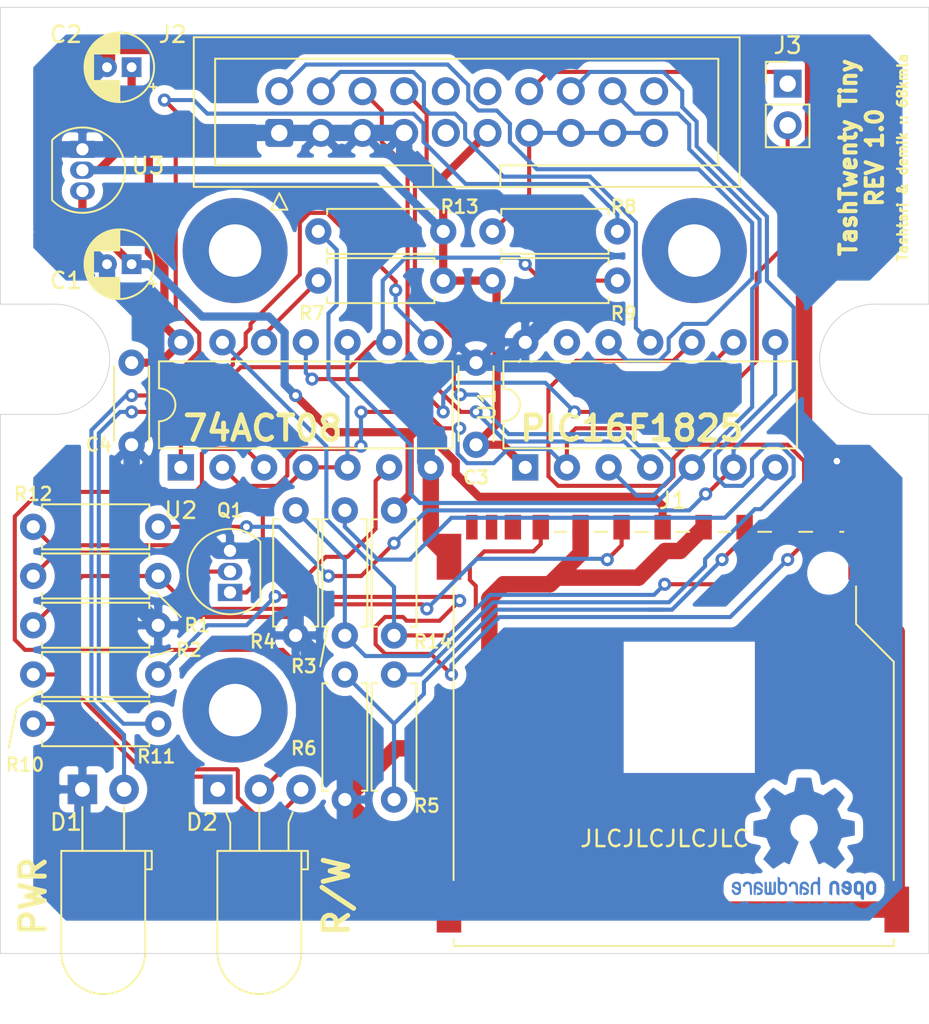
<source format=kicad_pcb>
(kicad_pcb (version 20171130) (host pcbnew "(5.1.12-1-10_14)")
  (title_block (title "TashTwenty Tiny") (date 2021-11-30) (rev 1.0) (company Lostwave) (comment 1 https://68kmla.org) (comment 2 https://68kmla.org/bb/index.php?threads/tashtwenty-single-chip-dcd-hard-disk-20-interface.39357/) (comment 3 https://github.com/demik/oldworld/tree/master/EDA/TashTwenty%20Tiny))
  (layers (0 F.Cu signal) (31 B.Cu signal hide) (34 B.Paste user) (35 F.Paste user) (36 B.SilkS user) (37 F.SilkS user) (38 B.Mask user) (39 F.Mask user) (44 Edge.Cuts user))
  (net 0 "")
  (net 1 /MMC_MISO_LV)
  (net 2 GND)
  (net 3 +3V3)
  (net 4 WR)
  (net 5 RD)
  (net 6 "Net-(J2-Pad14)")
  (net 7 PH3)
  (net 8 PH2)
  (net 9 PH1)
  (net 10 PH0)
  (net 11 +12V)
  (net 12 +5V)
  (net 13 ~ENABLE)
  (net 14 "Net-(Q1-Pad1)")
  (net 15 /MMC_MISO)
  (net 16 "Net-(D1-Pad2)")
  (net 17 "Net-(D2-Pad3)")
  (net 18 "Net-(D2-Pad1)")
  (net 19 /MMC_SCK_LV)
  (net 20 /MMC_MOSI_LV)
  (net 21 /~MMC_CS_LV)
  (net 22 "Net-(Q1-Pad2)")
  (net 23 /MMC_SCK)
  (net 24 /~MMC_CS)
  (net 25 /MMC_MOSI)
  (net 26 "Net-(R7-Pad2)")
  (net 27 "Net-(R9-Pad2)")
  (net 28 "Net-(R10-Pad2)")
  (net 29 "Net-(R11-Pad2)")
  (net 30 "Net-(D2-Pad2)")
  (module LED_THT:LED_D5.0mm_Horizontal_O3.81mm_Z3.0mm (layer F.Cu) (at 132 117)
    (fp_text reference D1 (at -1 2) (layer F.SilkS))
    (fp_text value LED)
    (pad 2 thru_hole circle (at 2.54 0) (size 1.8 1.8) (drill 0.9) (layers *.Cu *.Mask) (net 16 "Net-(D1-Pad2)"))
    (pad 1 thru_hole rect (at 0 0) (size 1.8 1.8) (drill 0.9) (layers *.Cu *.Mask) (net 2 GND))
  )
  (module LED_THT:LED_D5.0mm-3_Horizontal_O3.81mm_Z3.0mm (layer F.Cu) (at 140.25 117)
    (fp_text reference D2 (at -0.96 2) (layer F.SilkS))
    (fp_text value LED_Dual_ACA)
    (pad 1 thru_hole rect (at 0 0) (size 1.8 1.8) (drill 0.9) (layers *.Cu *.Mask) (net 18 "Net-(D2-Pad1)"))
    (pad 2 thru_hole circle (at 2.54 0) (size 1.8 1.8) (drill 0.9) (layers *.Cu *.Mask) (net 30 "Net-(D2-Pad2)"))
    (pad 3 thru_hole circle (at 5.08 0) (size 1.8 1.8) (drill 0.9) (layers *.Cu *.Mask) (net 17 "Net-(D2-Pad3)"))
  )
  (module Symbol:OSHW-Logo2_9.8x8mm_Copper (layer B.Cu) (at 176 120 180)
    (fp_text reference REF** hide)
    (fp_text value OSHW-Logo2_9.8x8mm_Copper hide)
    (fp_poly (pts (xy -3.231114 -2.584505) (xy -3.156461 -2.621727) (xy -3.090569 -2.690261) (xy -3.072423 -2.715648) (xy -3.052655 -2.748866) (xy -3.039828 -2.784945) (xy -3.03249 -2.833098) (xy -3.029187 -2.902536) (xy -3.028462 -2.994206) (xy -3.031737 -3.11983) (xy -3.043123 -3.214154) (xy -3.064959 -3.284523) (xy -3.099581 -3.338286) (xy -3.14933 -3.382788) (xy -3.152986 -3.385423) (xy -3.202015 -3.412377) (xy -3.261055 -3.425712) (xy -3.336141 -3.429) (xy -3.458205 -3.429) (xy -3.458256 -3.547497) (xy -3.459392 -3.613492) (xy -3.466314 -3.652202) (xy -3.484402 -3.675419) (xy -3.519038 -3.694933) (xy -3.527355 -3.69892) (xy -3.56628 -3.717603) (xy -3.596417 -3.729403) (xy -3.618826 -3.730422) (xy -3.634567 -3.716761) (xy -3.644698 -3.684522) (xy -3.650277 -3.629804) (xy -3.652365 -3.548711) (xy -3.652019 -3.437344) (xy -3.6503 -3.291802) (xy -3.649763 -3.248269) (xy -3.647828 -3.098205) (xy -3.646096 -3.000042) (xy -3.458308 -3.000042) (xy -3.457252 -3.083364) (xy -3.452562 -3.13788) (xy -3.441949 -3.173837) (xy -3.423128 -3.201482) (xy -3.41035 -3.214965) (xy -3.35811 -3.254417) (xy -3.311858 -3.257628) (xy -3.264133 -3.225049) (xy -3.262923 -3.223846) (xy -3.243506 -3.198668) (xy -3.231693 -3.164447) (xy -3.225735 -3.111748) (xy -3.22388 -3.031131) (xy -3.223846 -3.013271) (xy -3.22833 -2.902175) (xy -3.242926 -2.825161) (xy -3.26935 -2.778147) (xy -3.309317 -2.75705) (xy -3.332416 -2.754923) (xy -3.387238 -2.7649) (xy -3.424842 -2.797752) (xy -3.447477 -2.857857) (xy -3.457394 -2.949598) (xy -3.458308 -3.000042) (xy -3.646096 -3.000042) (xy -3.645778 -2.98206) (xy -3.643127 -2.894679) (xy -3.639394 -2.830905) (xy -3.634093 -2.785582) (xy -3.626742 -2.753555) (xy -3.616857 -2.729668) (xy -3.603954 -2.708764) (xy -3.598421 -2.700898) (xy -3.525031 -2.626595) (xy -3.43224 -2.584467) (xy -3.324904 -2.572722) (xy -3.231114 -2.584505)) (layer B.Cu) (width 0.01))
    (fp_poly (pts (xy -1.728336 -2.595089) (xy -1.665633 -2.631358) (xy -1.622039 -2.667358) (xy -1.590155 -2.705075) (xy -1.56819 -2.751199) (xy -1.554351 -2.812421) (xy -1.546847 -2.895431) (xy -1.543883 -3.006919) (xy -1.543539 -3.087062) (xy -1.543539 -3.382065) (xy -1.709615 -3.456515) (xy -1.719385 -3.133402) (xy -1.723421 -3.012729) (xy -1.727656 -2.925141) (xy -1.732903 -2.86465) (xy -1.739975 -2.825268) (xy -1.749689 -2.801007) (xy -1.762856 -2.78588) (xy -1.767081 -2.782606) (xy -1.831091 -2.757034) (xy -1.895792 -2.767153) (xy -1.934308 -2.794) (xy -1.949975 -2.813024) (xy -1.96082 -2.837988) (xy -1.967712 -2.875834) (xy -1.971521 -2.933502) (xy -1.973117 -3.017935) (xy -1.973385 -3.105928) (xy -1.973437 -3.216323) (xy -1.975328 -3.294463) (xy -1.981655 -3.347165) (xy -1.995017 -3.381242) (xy -2.018015 -3.403511) (xy -2.053246 -3.420787) (xy -2.100303 -3.438738) (xy -2.151697 -3.458278) (xy -2.145579 -3.111485) (xy -2.143116 -2.986468) (xy -2.140233 -2.894082) (xy -2.136102 -2.827881) (xy -2.129893 -2.78142) (xy -2.120774 -2.748256) (xy -2.107917 -2.721944) (xy -2.092416 -2.698729) (xy -2.017629 -2.624569) (xy -1.926372 -2.581684) (xy -1.827117 -2.571412) (xy -1.728336 -2.595089)) (layer B.Cu) (width 0.01))
    (fp_poly (pts (xy -3.983114 -2.587256) (xy -3.891536 -2.635409) (xy -3.823951 -2.712905) (xy -3.799943 -2.762727) (xy -3.781262 -2.837533) (xy -3.771699 -2.932052) (xy -3.770792 -3.03521) (xy -3.778079 -3.135935) (xy -3.793097 -3.223153) (xy -3.815385 -3.285791) (xy -3.822235 -3.296579) (xy -3.903368 -3.377105) (xy -3.999734 -3.425336) (xy -4.104299 -3.43945) (xy -4.210032 -3.417629) (xy -4.239457 -3.404547) (xy -4.296759 -3.364231) (xy -4.34705 -3.310775) (xy -4.351803 -3.303995) (xy -4.371122 -3.271321) (xy -4.383892 -3.236394) (xy -4.391436 -3.190414) (xy -4.395076 -3.124584) (xy -4.396135 -3.030105) (xy -4.396154 -3.008923) (xy -4.396106 -3.002182) (xy -4.200769 -3.002182) (xy -4.199632 -3.091349) (xy -4.195159 -3.15052) (xy -4.185754 -3.188741) (xy -4.169824 -3.215053) (xy -4.161692 -3.223846) (xy -4.114942 -3.257261) (xy -4.069553 -3.255737) (xy -4.02366 -3.226752) (xy -3.996288 -3.195809) (xy -3.980077 -3.150643) (xy -3.970974 -3.07942) (xy -3.970349 -3.071114) (xy -3.968796 -2.942037) (xy -3.985035 -2.846172) (xy -4.018848 -2.784107) (xy -4.070016 -2.756432) (xy -4.08828 -2.754923) (xy -4.13624 -2.762513) (xy -4.169047 -2.788808) (xy -4.189105 -2.839095) (xy -4.198822 -2.918664) (xy -4.200769 -3.002182) (xy -4.396106 -3.002182) (xy -4.395426 -2.908249) (xy -4.392371 -2.837906) (xy -4.385678 -2.789163) (xy -4.37404 -2.753288) (xy -4.356147 -2.721548) (xy -4.352192 -2.715648) (xy -4.285733 -2.636104) (xy -4.213315 -2.589929) (xy -4.125151 -2.571599) (xy -4.095213 -2.570703) (xy -3.983114 -2.587256)) (layer B.Cu) (width 0.01))
    (fp_poly (pts (xy -2.465746 -2.599745) (xy -2.388714 -2.651567) (xy -2.329184 -2.726412) (xy -2.293622 -2.821654) (xy -2.286429 -2.891756) (xy -2.287246 -2.921009) (xy -2.294086 -2.943407) (xy -2.312888 -2.963474) (xy -2.349592 -2.985733) (xy -2.410138 -3.014709) (xy -2.500466 -3.054927) (xy -2.500923 -3.055129) (xy -2.584067 -3.09321) (xy -2.652247 -3.127025) (xy -2.698495 -3.152933) (xy -2.715842 -3.167295) (xy -2.715846 -3.167411) (xy -2.700557 -3.198685) (xy -2.664804 -3.233157) (xy -2.623758 -3.25799) (xy -2.602963 -3.262923) (xy -2.54623 -3.245862) (xy -2.497373 -3.203133) (xy -2.473535 -3.156155) (xy -2.450603 -3.121522) (xy -2.405682 -3.082081) (xy -2.352877 -3.048009) (xy -2.30629 -3.02948) (xy -2.296548 -3.028462) (xy -2.285582 -3.045215) (xy -2.284921 -3.088039) (xy -2.29298 -3.145781) (xy -2.308173 -3.207289) (xy -2.328914 -3.261409) (xy -2.329962 -3.26351) (xy -2.392379 -3.35066) (xy -2.473274 -3.409939) (xy -2.565144 -3.439034) (xy -2.660487 -3.435634) (xy -2.751802 -3.397428) (xy -2.755862 -3.394741) (xy -2.827694 -3.329642) (xy -2.874927 -3.244705) (xy -2.901066 -3.133021) (xy -2.904574 -3.101643) (xy -2.910787 -2.953536) (xy -2.903339 -2.884468) (xy -2.715846 -2.884468) (xy -2.71341 -2.927552) (xy -2.700086 -2.940126) (xy -2.666868 -2.930719) (xy -2.614506 -2.908483) (xy -2.555976 -2.88061) (xy -2.554521 -2.879872) (xy -2.504911 -2.853777) (xy -2.485 -2.836363) (xy -2.48991 -2.818107) (xy -2.510584 -2.79412) (xy -2.563181 -2.759406) (xy -2.619823 -2.756856) (xy -2.670631 -2.782119) (xy -2.705724 -2.830847) (xy -2.715846 -2.884468) (xy -2.903339 -2.884468) (xy -2.898008 -2.835036) (xy -2.865222 -2.741055) (xy -2.819579 -2.675215) (xy -2.737198 -2.608681) (xy -2.646454 -2.575676) (xy -2.553815 -2.573573) (xy -2.465746 -2.599745)) (layer B.Cu) (width 0.01))
    (fp_poly (pts (xy -0.840154 -2.49212) (xy -0.834428 -2.57198) (xy -0.827851 -2.619039) (xy -0.818738 -2.639566) (xy -0.805402 -2.639829) (xy -0.801077 -2.637378) (xy -0.743556 -2.619636) (xy -0.668732 -2.620672) (xy -0.592661 -2.63891) (xy -0.545082 -2.662505) (xy -0.496298 -2.700198) (xy -0.460636 -2.742855) (xy -0.436155 -2.797057) (xy -0.420913 -2.869384) (xy -0.41297 -2.966419) (xy -0.410384 -3.094742) (xy -0.410338 -3.119358) (xy -0.410308 -3.39587) (xy -0.471839 -3.41732) (xy -0.515541 -3.431912) (xy -0.539518 -3.438706) (xy -0.540223 -3.438769) (xy -0.542585 -3.420345) (xy -0.544594 -3.369526) (xy -0.546099 -3.292993) (xy -0.546947 -3.19743) (xy -0.547077 -3.139329) (xy -0.547349 -3.024771) (xy -0.548748 -2.942667) (xy -0.552151 -2.886393) (xy -0.558433 -2.849326) (xy -0.568471 -2.824844) (xy -0.583139 -2.806325) (xy -0.592298 -2.797406) (xy -0.655211 -2.761466) (xy -0.723864 -2.758775) (xy -0.786152 -2.78917) (xy -0.797671 -2.800144) (xy -0.814567 -2.820779) (xy -0.826286 -2.845256) (xy -0.833767 -2.880647) (xy -0.837946 -2.934026) (xy -0.839763 -3.012466) (xy -0.840154 -3.120617) (xy -0.840154 -3.39587) (xy -0.901685 -3.41732) (xy -0.945387 -3.431912) (xy -0.969364 -3.438706) (xy -0.97007 -3.438769) (xy -0.971874 -3.420069) (xy -0.9735 -3.367322) (xy -0.974883 -3.285557) (xy -0.975958 -3.179805) (xy -0.97666 -3.055094) (xy -0.976923 -2.916455) (xy -0.976923 -2.381806) (xy -0.849923 -2.328236) (xy -0.840154 -2.49212)) (layer B.Cu) (width 0.01))
    (fp_poly (pts (xy 0.053501 -2.626303) (xy 0.13006 -2.654733) (xy 0.130936 -2.655279) (xy 0.178285 -2.690127) (xy 0.213241 -2.730852) (xy 0.237825 -2.783925) (xy 0.254062 -2.855814) (xy 0.263975 -2.952992) (xy 0.269586 -3.081928) (xy 0.270077 -3.100298) (xy 0.277141 -3.377287) (xy 0.217695 -3.408028) (xy 0.174681 -3.428802) (xy 0.14871 -3.438646) (xy 0.147509 -3.438769) (xy 0.143014 -3.420606) (xy 0.139444 -3.371612) (xy 0.137248 -3.300031) (xy 0.136769 -3.242068) (xy 0.136758 -3.14817) (xy 0.132466 -3.089203) (xy 0.117503 -3.061079) (xy 0.085482 -3.059706) (xy 0.030014 -3.080998) (xy -0.053731 -3.120136) (xy -0.115311 -3.152643) (xy -0.146983 -3.180845) (xy -0.156294 -3.211582) (xy -0.156308 -3.213104) (xy -0.140943 -3.266054) (xy -0.095453 -3.29466) (xy -0.025834 -3.298803) (xy 0.024313 -3.298084) (xy 0.050754 -3.312527) (xy 0.067243 -3.347218) (xy 0.076733 -3.391416) (xy 0.063057 -3.416493) (xy 0.057907 -3.420082) (xy 0.009425 -3.434496) (xy -0.058469 -3.436537) (xy -0.128388 -3.426983) (xy -0.177932 -3.409522) (xy -0.24643 -3.351364) (xy -0.285366 -3.270408) (xy -0.293077 -3.20716) (xy -0.287193 -3.150111) (xy -0.265899 -3.103542) (xy -0.223735 -3.062181) (xy -0.155241 -3.020755) (xy -0.054956 -2.973993) (xy -0.048846 -2.97135) (xy 0.04149 -2.929617) (xy 0.097235 -2.895391) (xy 0.121129 -2.864635) (xy 0.115913 -2.833311) (xy 0.084328 -2.797383) (xy 0.074883 -2.789116) (xy 0.011617 -2.757058) (xy -0.053936 -2.758407) (xy -0.111028 -2.789838) (xy -0.148907 -2.848024) (xy -0.152426 -2.859446) (xy -0.1867 -2.914837) (xy -0.230191 -2.941518) (xy -0.293077 -2.96796) (xy -0.293077 -2.899548) (xy -0.273948 -2.80011) (xy -0.217169 -2.708902) (xy -0.187622 -2.678389) (xy -0.120458 -2.639228) (xy -0.035044 -2.6215) (xy 0.053501 -2.626303)) (layer B.Cu) (width 0.01))
    (fp_poly (pts (xy 0.713362 -2.62467) (xy 0.802117 -2.657421) (xy 0.874022 -2.71535) (xy 0.902144 -2.756128) (xy 0.932802 -2.830954) (xy 0.932165 -2.885058) (xy 0.899987 -2.921446) (xy 0.888081 -2.927633) (xy 0.836675 -2.946925) (xy 0.810422 -2.941982) (xy 0.80153 -2.909587) (xy 0.801077 -2.891692) (xy 0.784797 -2.825859) (xy 0.742365 -2.779807) (xy 0.683388 -2.757564) (xy 0.617475 -2.763161) (xy 0.563895 -2.792229) (xy 0.545798 -2.80881) (xy 0.532971 -2.828925) (xy 0.524306 -2.859332) (xy 0.518696 -2.906788) (xy 0.515035 -2.97805) (xy 0.512215 -3.079875) (xy 0.511484 -3.112115) (xy 0.50882 -3.22241) (xy 0.505792 -3.300036) (xy 0.50125 -3.351396) (xy 0.494046 -3.38289) (xy 0.483033 -3.40092) (xy 0.46706 -3.411888) (xy 0.456834 -3.416733) (xy 0.413406 -3.433301) (xy 0.387842 -3.438769) (xy 0.379395 -3.420507) (xy 0.374239 -3.365296) (xy 0.372346 -3.272499) (xy 0.373689 -3.141478) (xy 0.374107 -3.121269) (xy 0.377058 -3.001733) (xy 0.380548 -2.914449) (xy 0.385514 -2.852591) (xy 0.392893 -2.809336) (xy 0.403624 -2.77786) (xy 0.418645 -2.751339) (xy 0.426502 -2.739975) (xy 0.471553 -2.689692) (xy 0.52194 -2.650581) (xy 0.528108 -2.647167) (xy 0.618458 -2.620212) (xy 0.713362 -2.62467)) (layer B.Cu) (width 0.01))
    (fp_poly (pts (xy 1.602081 -2.780289) (xy 1.601833 -2.92632) (xy 1.600872 -3.038655) (xy 1.598794 -3.122678) (xy 1.595193 -3.183769) (xy 1.589665 -3.227309) (xy 1.581804 -3.258679) (xy 1.571207 -3.283262) (xy 1.563182 -3.297294) (xy 1.496728 -3.373388) (xy 1.41247 -3.421084) (xy 1.319249 -3.438199) (xy 1.2259 -3.422546) (xy 1.170312 -3.394418) (xy 1.111957 -3.34576) (xy 1.072186 -3.286333) (xy 1.04819 -3.208507) (xy 1.037161 -3.104652) (xy 1.035599 -3.028462) (xy 1.035809 -3.022986) (xy 1.172308 -3.022986) (xy 1.173141 -3.110355) (xy 1.176961 -3.168192) (xy 1.185746 -3.206029) (xy 1.201474 -3.233398) (xy 1.220266 -3.254042) (xy 1.283375 -3.29389) (xy 1.351137 -3.297295) (xy 1.415179 -3.264025) (xy 1.420164 -3.259517) (xy 1.441439 -3.236067) (xy 1.454779 -3.208166) (xy 1.462001 -3.166641) (xy 1.464923 -3.102316) (xy 1.465385 -3.0312) (xy 1.464383 -2.941858) (xy 1.460238 -2.882258) (xy 1.451236 -2.843089) (xy 1.435667 -2.81504) (xy 1.422902 -2.800144) (xy 1.3636 -2.762575) (xy 1.295301 -2.758057) (xy 1.23011 -2.786753) (xy 1.217528 -2.797406) (xy 1.196111 -2.821063) (xy 1.182744 -2.849251) (xy 1.175566 -2.891245) (xy 1.172719 -2.956319) (xy 1.172308 -3.022986) (xy 1.035809 -3.022986) (xy 1.040322 -2.905765) (xy 1.056362 -2.813577) (xy 1.086528 -2.744269) (xy 1.133629 -2.690211) (xy 1.170312 -2.662505) (xy 1.23699 -2.632572) (xy 1.314272 -2.618678) (xy 1.38611 -2.622397) (xy 1.426308 -2.6374) (xy 1.442082 -2.64167) (xy 1.45255 -2.62575) (xy 1.459856 -2.583089) (xy 1.465385 -2.518106) (xy 1.471437 -2.445732) (xy 1.479844 -2.402187) (xy 1.495141 -2.377287) (xy 1.521864 -2.360845) (xy 1.538654 -2.353564) (xy 1.602154 -2.326963) (xy 1.602081 -2.780289)) (layer B.Cu) (width 0.01))
    (fp_poly (pts (xy 2.395929 -2.636662) (xy 2.398911 -2.688068) (xy 2.401247 -2.766192) (xy 2.402749 -2.864857) (xy 2.403231 -2.968343) (xy 2.403231 -3.318533) (xy 2.341401 -3.380363) (xy 2.298793 -3.418462) (xy 2.26139 -3.433895) (xy 2.21027 -3.432918) (xy 2.189978 -3.430433) (xy 2.126554 -3.4232) (xy 2.074095 -3.419055) (xy 2.061308 -3.418672) (xy 2.018199 -3.421176) (xy 1.956544 -3.427462) (xy 1.932638 -3.430433) (xy 1.873922 -3.435028) (xy 1.834464 -3.425046) (xy 1.795338 -3.394228) (xy 1.781215 -3.380363) (xy 1.719385 -3.318533) (xy 1.719385 -2.663503) (xy 1.76915 -2.640829) (xy 1.812002 -2.624034) (xy 1.837073 -2.618154) (xy 1.843501 -2.636736) (xy 1.849509 -2.688655) (xy 1.854697 -2.768172) (xy 1.858664 -2.869546) (xy 1.860577 -2.955192) (xy 1.865923 -3.292231) (xy 1.91256 -3.298825) (xy 1.954976 -3.294214) (xy 1.97576 -3.279287) (xy 1.98157 -3.251377) (xy 1.98653 -3.191925) (xy 1.990246 -3.108466) (xy 1.992324 -3.008532) (xy 1.992624 -2.957104) (xy 1.992923 -2.661054) (xy 2.054454 -2.639604) (xy 2.098004 -2.62502) (xy 2.121694 -2.618219) (xy 2.122377 -2.618154) (xy 2.124754 -2.636642) (xy 2.127366 -2.687906) (xy 2.129995 -2.765649) (xy 2.132421 -2.863574) (xy 2.134115 -2.955192) (xy 2.139461 -3.292231) (xy 2.256692 -3.292231) (xy 2.262072 -2.984746) (xy 2.267451 -2.677261) (xy 2.324601 -2.647707) (xy 2.366797 -2.627413) (xy 2.39177 -2.618204) (xy 2.392491 -2.618154) (xy 2.395929 -2.636662)) (layer B.Cu) (width 0.01))
    (fp_poly (pts (xy 2.887333 -2.633528) (xy 2.94359 -2.659117) (xy 2.987747 -2.690124) (xy 3.020101 -2.724795) (xy 3.042438 -2.76952) (xy 3.056546 -2.830692) (xy 3.064211 -2.914701) (xy 3.06722 -3.02794) (xy 3.067538 -3.102509) (xy 3.067538 -3.39342) (xy 3.017773 -3.416095) (xy 2.978576 -3.432667) (xy 2.959157 -3.438769) (xy 2.955442 -3.42061) (xy 2.952495 -3.371648) (xy 2.950691 -3.300153) (xy 2.950308 -3.243385) (xy 2.948661 -3.161371) (xy 2.944222 -3.096309) (xy 2.93774 -3.056467) (xy 2.93259 -3.048) (xy 2.897977 -3.056646) (xy 2.84364 -3.078823) (xy 2.780722 -3.108886) (xy 2.720368 -3.141192) (xy 2.673721 -3.170098) (xy 2.651926 -3.189961) (xy 2.651839 -3.190175) (xy 2.653714 -3.226935) (xy 2.670525 -3.262026) (xy 2.700039 -3.290528) (xy 2.743116 -3.300061) (xy 2.779932 -3.29895) (xy 2.832074 -3.298133) (xy 2.859444 -3.310349) (xy 2.875882 -3.342624) (xy 2.877955 -3.34871) (xy 2.885081 -3.394739) (xy 2.866024 -3.422687) (xy 2.816353 -3.436007) (xy 2.762697 -3.43847) (xy 2.666142 -3.42021) (xy 2.616159 -3.394131) (xy 2.554429 -3.332868) (xy 2.52169 -3.25767) (xy 2.518753 -3.178211) (xy 2.546424 -3.104167) (xy 2.588047 -3.057769) (xy 2.629604 -3.031793) (xy 2.694922 -2.998907) (xy 2.771038 -2.965557) (xy 2.783726 -2.960461) (xy 2.867333 -2.923565) (xy 2.91553 -2.891046) (xy 2.93103 -2.858718) (xy 2.91655 -2.822394) (xy 2.891692 -2.794) (xy 2.832939 -2.759039) (xy 2.768293 -2.756417) (xy 2.709008 -2.783358) (xy 2.666339 -2.837088) (xy 2.660739 -2.85095) (xy 2.628133 -2.901936) (xy 2.58053 -2.939787) (xy 2.520461 -2.97085) (xy 2.520461 -2.882768) (xy 2.523997 -2.828951) (xy 2.539156 -2.786534) (xy 2.572768 -2.741279) (xy 2.605035 -2.70642) (xy 2.655209 -2.657062) (xy 2.694193 -2.630547) (xy 2.736064 -2.619911) (xy 2.78346 -2.618154) (xy 2.887333 -2.633528)) (layer B.Cu) (width 0.01))
    (fp_poly (pts (xy 3.570807 -2.636782) (xy 3.594161 -2.646988) (xy 3.649902 -2.691134) (xy 3.697569 -2.754967) (xy 3.727048 -2.823087) (xy 3.731846 -2.85667) (xy 3.71576 -2.903556) (xy 3.680475 -2.928365) (xy 3.642644 -2.943387) (xy 3.625321 -2.946155) (xy 3.616886 -2.926066) (xy 3.60023 -2.882351) (xy 3.592923 -2.862598) (xy 3.551948 -2.794271) (xy 3.492622 -2.760191) (xy 3.416552 -2.761239) (xy 3.410918 -2.762581) (xy 3.370305 -2.781836) (xy 3.340448 -2.819375) (xy 3.320055 -2.879809) (xy 3.307836 -2.967751) (xy 3.3025 -3.087813) (xy 3.302 -3.151698) (xy 3.301752 -3.252403) (xy 3.300126 -3.321054) (xy 3.295801 -3.364673) (xy 3.287454 -3.390282) (xy 3.273765 -3.404903) (xy 3.253411 -3.415558) (xy 3.252234 -3.416095) (xy 3.213038 -3.432667) (xy 3.193619 -3.438769) (xy 3.190635 -3.420319) (xy 3.188081 -3.369323) (xy 3.18614 -3.292308) (xy 3.184997 -3.195805) (xy 3.184769 -3.125184) (xy 3.185932 -2.988525) (xy 3.190479 -2.884851) (xy 3.199999 -2.808108) (xy 3.216081 -2.752246) (xy 3.240313 -2.711212) (xy 3.274286 -2.678954) (xy 3.307833 -2.65644) (xy 3.388499 -2.626476) (xy 3.482381 -2.619718) (xy 3.570807 -2.636782)) (layer B.Cu) (width 0.01))
    (fp_poly (pts (xy 4.245224 -2.647838) (xy 4.322528 -2.698361) (xy 4.359814 -2.74359) (xy 4.389353 -2.825663) (xy 4.391699 -2.890607) (xy 4.386385 -2.977445) (xy 4.186115 -3.065103) (xy 4.088739 -3.109887) (xy 4.025113 -3.145913) (xy 3.992029 -3.177117) (xy 3.98628 -3.207436) (xy 4.004658 -3.240805) (xy 4.024923 -3.262923) (xy 4.083889 -3.298393) (xy 4.148024 -3.300879) (xy 4.206926 -3.273235) (xy 4.250197 -3.21832) (xy 4.257936 -3.198928) (xy 4.295006 -3.138364) (xy 4.337654 -3.112552) (xy 4.396154 -3.090471) (xy 4.396154 -3.174184) (xy 4.390982 -3.23115) (xy 4.370723 -3.279189) (xy 4.328262 -3.334346) (xy 4.321951 -3.341514) (xy 4.27472 -3.390585) (xy 4.234121 -3.41692) (xy 4.183328 -3.429035) (xy 4.14122 -3.433003) (xy 4.065902 -3.433991) (xy 4.012286 -3.421466) (xy 3.978838 -3.402869) (xy 3.926268 -3.361975) (xy 3.889879 -3.317748) (xy 3.86685 -3.262126) (xy 3.854359 -3.187047) (xy 3.849587 -3.084449) (xy 3.849206 -3.032376) (xy 3.850501 -2.969948) (xy 3.968471 -2.969948) (xy 3.969839 -3.003438) (xy 3.973249 -3.008923) (xy 3.995753 -3.001472) (xy 4.044182 -2.981753) (xy 4.108908 -2.953718) (xy 4.122443 -2.947692) (xy 4.204244 -2.906096) (xy 4.249312 -2.869538) (xy 4.259217 -2.835296) (xy 4.235526 -2.800648) (xy 4.21596 -2.785339) (xy 4.14536 -2.754721) (xy 4.07928 -2.75978) (xy 4.023959 -2.797151) (xy 3.985636 -2.863473) (xy 3.973349 -2.916116) (xy 3.968471 -2.969948) (xy 3.850501 -2.969948) (xy 3.85173 -2.91072) (xy 3.861032 -2.82071) (xy 3.87946 -2.755167) (xy 3.90936 -2.706912) (xy 3.95308 -2.668767) (xy 3.972141 -2.65644) (xy 4.058726 -2.624336) (xy 4.153522 -2.622316) (xy 4.245224 -2.647838)) (layer B.Cu) (width 0.01))
    (fp_poly (pts (xy 0.139878 3.712224) (xy 0.245612 3.711645) (xy 0.322132 3.710078) (xy 0.374372 3.707028) (xy 0.407263 3.702004) (xy 0.425737 3.694511) (xy 0.434727 3.684056) (xy 0.439163 3.670147) (xy 0.439594 3.668346) (xy 0.446333 3.635855) (xy 0.458808 3.571748) (xy 0.475719 3.482849) (xy 0.495771 3.375981) (xy 0.517664 3.257967) (xy 0.518429 3.253822) (xy 0.540359 3.138169) (xy 0.560877 3.035986) (xy 0.578659 2.953402) (xy 0.592381 2.896544) (xy 0.600718 2.871542) (xy 0.601116 2.871099) (xy 0.625677 2.85889) (xy 0.676315 2.838544) (xy 0.742095 2.814455) (xy 0.742461 2.814326) (xy 0.825317 2.783182) (xy 0.923 2.743509) (xy 1.015077 2.703619) (xy 1.019434 2.701647) (xy 1.169407 2.63358) (xy 1.501498 2.860361) (xy 1.603374 2.929496) (xy 1.695657 2.991303) (xy 1.773003 3.042267) (xy 1.830064 3.078873) (xy 1.861495 3.097606) (xy 1.864479 3.098996) (xy 1.887321 3.09281) (xy 1.929982 3.062965) (xy 1.994128 3.008053) (xy 2.081421 2.926666) (xy 2.170535 2.840078) (xy 2.256441 2.754753) (xy 2.333327 2.676892) (xy 2.396564 2.611303) (xy 2.441523 2.562795) (xy 2.463576 2.536175) (xy 2.464396 2.534805) (xy 2.466834 2.516537) (xy 2.45765 2.486705) (xy 2.434574 2.441279) (xy 2.395337 2.37623) (xy 2.33767 2.28753) (xy 2.260795 2.173343) (xy 2.19257 2.072838) (xy 2.131582 1.982697) (xy 2.081356 1.908151) (xy 2.045416 1.854435) (xy 2.027287 1.826782) (xy 2.026146 1.824905) (xy 2.028359 1.79841) (xy 2.045138 1.746914) (xy 2.073142 1.680149) (xy 2.083122 1.658828) (xy 2.126672 1.563841) (xy 2.173134 1.456063) (xy 2.210877 1.362808) (xy 2.238073 1.293594) (xy 2.259675 1.240994) (xy 2.272158 1.213503) (xy 2.273709 1.211384) (xy 2.296668 1.207876) (xy 2.350786 1.198262) (xy 2.428868 1.183911) (xy 2.523719 1.166193) (xy 2.628143 1.146475) (xy 2.734944 1.126126) (xy 2.836926 1.106514) (xy 2.926894 1.089009) (xy 2.997653 1.074978) (xy 3.042006 1.065791) (xy 3.052885 1.063193) (xy 3.064122 1.056782) (xy 3.072605 1.042303) (xy 3.078714 1.014867) (xy 3.082832 0.969589) (xy 3.085341 0.90158) (xy 3.086621 0.805953) (xy 3.087054 0.67782) (xy 3.087077 0.625299) (xy 3.087077 0.198155) (xy 2.9845 0.177909) (xy 2.927431 0.16693) (xy 2.842269 0.150905) (xy 2.739372 0.131767) (xy 2.629096 0.111449) (xy 2.598615 0.105868) (xy 2.496855 0.086083) (xy 2.408205 0.066627) (xy 2.340108 0.049303) (xy 2.300004 0.035912) (xy 2.293323 0.031921) (xy 2.276919 0.003658) (xy 2.253399 -0.051109) (xy 2.227316 -0.121588) (xy 2.222142 -0.136769) (xy 2.187956 -0.230896) (xy 2.145523 -0.337101) (xy 2.103997 -0.432473) (xy 2.103792 -0.432916) (xy 2.03464 -0.582525) (xy 2.489512 -1.251617) (xy 2.1975 -1.544116) (xy 2.10918 -1.63117) (xy 2.028625 -1.707909) (xy 1.96036 -1.770237) (xy 1.908908 -1.814056) (xy 1.878794 -1.83527) (xy 1.874474 -1.836616) (xy 1.849111 -1.826016) (xy 1.797358 -1.796547) (xy 1.724868 -1.751705) (xy 1.637294 -1.694984) (xy 1.542612 -1.631462) (xy 1.446516 -1.566668) (xy 1.360837 -1.510287) (xy 1.291016 -1.465788) (xy 1.242494 -1.436639) (xy 1.220782 -1.426308) (xy 1.194293 -1.43505) (xy 1.144062 -1.458087) (xy 1.080451 -1.490631) (xy 1.073708 -1.494249) (xy 0.988046 -1.53721) (xy 0.929306 -1.558279) (xy 0.892772 -1.558503) (xy 0.873731 -1.538928) (xy 0.87362 -1.538654) (xy 0.864102 -1.515472) (xy 0.841403 -1.460441) (xy 0.807282 -1.377822) (xy 0.7635 -1.271872) (xy 0.711816 -1.146852) (xy 0.653992 -1.00702) (xy 0.597991 -0.871637) (xy 0.536447 -0.722234) (xy 0.479939 -0.583832) (xy 0.430161 -0.460673) (xy 0.388806 -0.357002) (xy 0.357568 -0.277059) (xy 0.338141 -0.225088) (xy 0.332154 -0.205692) (xy 0.347168 -0.183443) (xy 0.386439 -0.147982) (xy 0.438807 -0.108887) (xy 0.587941 0.014755) (xy 0.704511 0.156478) (xy 0.787118 0.313296) (xy 0.834366 0.482225) (xy 0.844857 0.660278) (xy 0.837231 0.742461) (xy 0.795682 0.912969) (xy 0.724123 1.063541) (xy 0.626995 1.192691) (xy 0.508734 1.298936) (xy 0.37378 1.38079) (xy 0.226571 1.436768) (xy 0.071544 1.465385) (xy -0.086861 1.465156) (xy -0.244206 1.434595) (xy -0.396054 1.372218) (xy -0.537965 1.27654) (xy -0.597197 1.222428) (xy -0.710797 1.08348) (xy -0.789894 0.931639) (xy -0.835014 0.771333) (xy -0.846684 0.606988) (xy -0.825431 0.443029) (xy -0.77178 0.283882) (xy -0.68626 0.133975) (xy -0.569395 -0.002267) (xy -0.438807 -0.108887) (xy -0.384412 -0.149642) (xy -0.345986 -0.184718) (xy -0.332154 -0.205726) (xy -0.339397 -0.228635) (xy -0.359995 -0.283365) (xy -0.392254 -0.365672) (xy -0.434479 -0.471315) (xy -0.484977 -0.59605) (xy -0.542052 -0.735636) (xy -0.598146 -0.87167) (xy -0.660033 -1.021201) (xy -0.717356 -1.159767) (xy -0.768356 -1.283107) (xy -0.811273 -1.386964) (xy -0.844347 -1.46708) (xy -0.865819 -1.519195) (xy -0.873775 -1.538654) (xy -0.892571 -1.558423) (xy -0.928926 -1.558365) (xy -0.987521 -1.537441) (xy -1.073032 -1.494613) (xy -1.073708 -1.494249) (xy -1.138093 -1.461012) (xy -1.190139 -1.436802) (xy -1.219488 -1.426404) (xy -1.220783 -1.426308) (xy -1.242876 -1.436855) (xy -1.291652 -1.466184) (xy -1.361669 -1.510827) (xy -1.447486 -1.567314) (xy -1.542612 -1.631462) (xy -1.63946 -1.696411) (xy -1.726747 -1.752896) (xy -1.798819 -1.797421) (xy -1.850023 -1.82649) (xy -1.874474 -1.836616) (xy -1.89699 -1.823307) (xy -1.942258 -1.786112) (xy -2.005756 -1.729128) (xy -2.082961 -1.656449) (xy -2.169349 -1.572171) (xy -2.197601 -1.544016) (xy -2.489713 -1.251416) (xy -2.267369 -0.925104) (xy -2.199798 -0.824897) (xy -2.140493 -0.734963) (xy -2.092783 -0.66051) (xy -2.059993 -0.606751) (xy -2.045452 -0.578894) (xy -2.045026 -0.576912) (xy -2.052692 -0.550655) (xy -2.073311 -0.497837) (xy -2.103315 -0.42731) (xy -2.124375 -0.380093) (xy -2.163752 -0.289694) (xy -2.200835 -0.198366) (xy -2.229585 -0.1212) (xy -2.237395 -0.097692) (xy -2.259583 -0.034916) (xy -2.281273 0.013589) (xy -2.293187 0.031921) (xy -2.319477 0.043141) (xy -2.376858 0.059046) (xy -2.457882 0.077833) (xy -2.555105 0.097701) (xy -2.598615 0.105868) (xy -2.709104 0.126171) (xy -2.815084 0.14583) (xy -2.906199 0.162912) (xy -2.972092 0.175482) (xy -2.9845 0.177909) (xy -3.087077 0.198155) (xy -3.087077 0.625299) (xy -3.086847 0.765754) (xy -3.085901 0.872021) (xy -3.083859 0.948987) (xy -3.080338 1.00154) (xy -3.074957 1.034567) (xy -3.067334 1.052955) (xy -3.057088 1.061592) (xy -3.052885 1.063193) (xy -3.02753 1.068873) (xy -2.971516 1.080205) (xy -2.892036 1.095821) (xy -2.796288 1.114353) (xy -2.691467 1.134431) (xy -2.584768 1.154688) (xy -2.483387 1.173754) (xy -2.394521 1.190261) (xy -2.325363 1.202841) (xy -2.283111 1.210125) (xy -2.27371 1.211384) (xy -2.265193 1.228237) (xy -2.24634 1.27313) (xy -2.220676 1.33757) (xy -2.210877 1.362808) (xy -2.171352 1.460314) (xy -2.124808 1.568041) (xy -2.083123 1.658828) (xy -2.05245 1.728247) (xy -2.032044 1.78529) (xy -2.025232 1.820223) (xy -2.026318 1.824905) (xy -2.040715 1.847009) (xy -2.073588 1.896169) (xy -2.12141 1.967152) (xy -2.180652 2.054722) (xy -2.247785 2.153643) (xy -2.261059 2.17317) (xy -2.338954 2.28886) (xy -2.396213 2.376956) (xy -2.435119 2.441514) (xy -2.457956 2.486589) (xy -2.467006 2.516237) (xy -2.464552 2.534515) (xy -2.464489 2.534631) (xy -2.445173 2.558639) (xy -2.402449 2.605053) (xy -2.340949 2.669063) (xy -2.265302 2.745855) (xy -2.180139 2.830618) (xy -2.170535 2.840078) (xy -2.06321 2.944011) (xy -1.980385 3.020325) (xy -1.920395 3.070429) (xy -1.881577 3.09573) (xy -1.86448 3.098996) (xy -1.839527 3.08475) (xy -1.787745 3.051844) (xy -1.71448 3.003792) (xy -1.62508 2.94411) (xy -1.524889 2.876312) (xy -1.501499 2.860361) (xy -1.169407 2.63358) (xy -1.019435 2.701647) (xy -0.92823 2.741315) (xy -0.830331 2.781209) (xy -0.746169 2.813017) (xy -0.742462 2.814326) (xy -0.676631 2.838424) (xy -0.625884 2.8588) (xy -0.601158 2.871064) (xy -0.601116 2.871099) (xy -0.593271 2.893266) (xy -0.579934 2.947783) (xy -0.56243 3.02852) (xy -0.542083 3.12935) (xy -0.520218 3.244144) (xy -0.518429 3.253822) (xy -0.496496 3.372096) (xy -0.47636 3.479458) (xy -0.45932 3.569083) (xy -0.446672 3.634149) (xy -0.439716 3.667832) (xy -0.439594 3.668346) (xy -0.435361 3.682675) (xy -0.427129 3.693493) (xy -0.409967 3.701294) (xy -0.378942 3.706571) (xy -0.329122 3.709818) (xy -0.255576 3.711528) (xy -0.153371 3.712193) (xy -0.017575 3.712307) (xy 0 3.712308) (xy 0.139878 3.712224)) (layer B.Cu) (width 0.01))
  )
  (module Package_DIP:DIP-14_W7.62mm (layer F.Cu) (at 138 97.38 90)
    (fp_text reference U2 (at -2.62 0 180) (layer F.SilkS))
    (fp_text value 74ACT08)
    (pad 14 thru_hole oval (at 7.62 0 90) (size 1.6 1.6) (drill 0.8) (layers *.Cu *.Mask) (net 12 +5V))
    (pad 7 thru_hole oval (at 0 15.24 90) (size 1.6 1.6) (drill 0.8) (layers *.Cu *.Mask) (net 2 GND))
    (pad 13 thru_hole oval (at 7.62 2.54 90) (size 1.6 1.6) (drill 0.8) (layers *.Cu *.Mask) (net 1 /MMC_MISO_LV))
    (pad 6 thru_hole oval (at 0 12.7 90) (size 1.6 1.6) (drill 0.8) (layers *.Cu *.Mask) (net 28 "Net-(R10-Pad2)"))
    (pad 12 thru_hole oval (at 7.62 5.08 90) (size 1.6 1.6) (drill 0.8) (layers *.Cu *.Mask) (net 26 "Net-(R7-Pad2)"))
    (pad 5 thru_hole oval (at 0 10.16 90) (size 1.6 1.6) (drill 0.8) (layers *.Cu *.Mask) (net 14 "Net-(Q1-Pad1)"))
    (pad 11 thru_hole oval (at 7.62 7.62 90) (size 1.6 1.6) (drill 0.8) (layers *.Cu *.Mask) (net 15 /MMC_MISO))
    (pad 4 thru_hole oval (at 0 7.62 90) (size 1.6 1.6) (drill 0.8) (layers *.Cu *.Mask) (net 14 "Net-(Q1-Pad1)"))
    (pad 10 thru_hole oval (at 7.62 10.16 90) (size 1.6 1.6) (drill 0.8) (layers *.Cu *.Mask) (net 4 WR))
    (pad 3 thru_hole oval (at 0 5.08 90) (size 1.6 1.6) (drill 0.8) (layers *.Cu *.Mask) (net 30 "Net-(D2-Pad2)"))
    (pad 9 thru_hole oval (at 7.62 12.7 90) (size 1.6 1.6) (drill 0.8) (layers *.Cu *.Mask) (net 27 "Net-(R9-Pad2)"))
    (pad 2 thru_hole oval (at 0 2.54 90) (size 1.6 1.6) (drill 0.8) (layers *.Cu *.Mask) (net 13 ~ENABLE))
    (pad 8 thru_hole oval (at 7.62 15.24 90) (size 1.6 1.6) (drill 0.8) (layers *.Cu *.Mask) (net 29 "Net-(R11-Pad2)"))
    (pad 1 thru_hole rect (at 0 0 90) (size 1.6 1.6) (drill 0.8) (layers *.Cu *.Mask) (net 27 "Net-(R9-Pad2)"))
  )
  (module Capacitor_THT:C_Disc_D4.3mm_W1.9mm_P5.00mm (layer F.Cu) (at 135 91 270)
    (fp_text reference C4 (at 5 2 180) (layer F.SilkS) (effects (font (size 0.8 0.8))))
    (fp_text value 100nF)
    (pad 2 thru_hole circle (at 5 0 270) (size 1.6 1.6) (drill 0.8) (layers *.Cu *.Mask) (net 2 GND))
    (pad 1 thru_hole circle (at 0 0 270) (size 1.6 1.6) (drill 0.8) (layers *.Cu *.Mask) (net 12 +5V))
  )
  (module Capacitor_THT:C_Disc_D4.3mm_W1.9mm_P5.00mm (layer F.Cu) (at 156 91 270)
    (fp_text reference C3 (at 7 0 180) (layer F.SilkS) (effects (font (size 0.8 0.8))))
    (fp_text value 100nF)
    (pad 2 thru_hole circle (at 5 0 270) (size 1.6 1.6) (drill 0.8) (layers *.Cu *.Mask) (net 12 +5V))
    (pad 1 thru_hole circle (at 0 0 270) (size 1.6 1.6) (drill 0.8) (layers *.Cu *.Mask) (net 2 GND))
  )
  (module Resistor_THT:R_Axial_DIN0207_L6.3mm_D2.5mm_P7.62mm_Horizontal (layer F.Cu) (at 151 100 270)
    (fp_text reference R14 (at 8 -2.37 180) (layer F.SilkS) (effects (font (size 0.8 0.8))))
    (fp_text value 10k)
    (pad 2 thru_hole oval (at 7.62 0 270) (size 1.6 1.6) (drill 0.8) (layers *.Cu *.Mask) (net 1 /MMC_MISO_LV))
    (pad 1 thru_hole circle (at 0 0 270) (size 1.6 1.6) (drill 0.8) (layers *.Cu *.Mask) (net 3 +3V3))
  )
  (module Resistor_THT:R_Axial_DIN0207_L6.3mm_D2.5mm_P7.62mm_Horizontal (layer F.Cu) (at 154 83 180)
    (fp_text reference R13 (at -1 1.5) (layer F.SilkS) (effects (font (size 0.8 0.8))))
    (fp_text value 10k)
    (pad 2 thru_hole oval (at 7.62 0 180) (size 1.6 1.6) (drill 0.8) (layers *.Cu *.Mask) (net 14 "Net-(Q1-Pad1)"))
    (pad 1 thru_hole circle (at 0 0 180) (size 1.6 1.6) (drill 0.8) (layers *.Cu *.Mask) (net 12 +5V))
  )
  (module Resistor_THT:R_Axial_DIN0207_L6.3mm_D2.5mm_P7.62mm_Horizontal (layer F.Cu) (at 129 101)
    (fp_text reference R12 (at 0 -2) (layer F.SilkS) (effects (font (size 0.8 0.8))))
    (fp_text value 10k)
    (pad 2 thru_hole oval (at 7.62 0) (size 1.6 1.6) (drill 0.8) (layers *.Cu *.Mask) (net 5 RD))
    (pad 1 thru_hole circle (at 0 0) (size 1.6 1.6) (drill 0.8) (layers *.Cu *.Mask) (net 22 "Net-(Q1-Pad2)"))
  )
  (module Resistor_THT:R_Axial_DIN0207_L6.3mm_D2.5mm_P7.62mm_Horizontal (layer F.Cu) (at 129 113)
    (fp_text reference R11 (at 7.5 2) (layer F.SilkS) (effects (font (size 0.8 0.8))))
    (fp_text value 330)
    (pad 2 thru_hole oval (at 7.62 0) (size 1.6 1.6) (drill 0.8) (layers *.Cu *.Mask) (net 29 "Net-(R11-Pad2)"))
    (pad 1 thru_hole circle (at 0 0) (size 1.6 1.6) (drill 0.8) (layers *.Cu *.Mask) (net 18 "Net-(D2-Pad1)"))
  )
  (module Resistor_THT:R_Axial_DIN0207_L6.3mm_D2.5mm_P7.62mm_Horizontal (layer F.Cu) (at 129 110)
    (fp_text reference R10 (at -0.5 5.5) (layer F.SilkS) (effects (font (size 0.8 0.8))))
    (fp_text value 330)
    (pad 2 thru_hole oval (at 7.62 0) (size 1.6 1.6) (drill 0.8) (layers *.Cu *.Mask) (net 28 "Net-(R10-Pad2)"))
    (pad 1 thru_hole circle (at 0 0) (size 1.6 1.6) (drill 0.8) (layers *.Cu *.Mask) (net 17 "Net-(D2-Pad3)"))
  )
  (module Resistor_THT:R_Axial_DIN0207_L6.3mm_D2.5mm_P7.62mm_Horizontal (layer F.Cu) (at 157 86)
    (fp_text reference R9 (at 8 2) (layer F.SilkS) (effects (font (size 0.8 0.8))))
    (fp_text value 10k)
    (pad 2 thru_hole oval (at 7.62 0) (size 1.6 1.6) (drill 0.8) (layers *.Cu *.Mask) (net 27 "Net-(R9-Pad2)"))
    (pad 1 thru_hole circle (at 0 0) (size 1.6 1.6) (drill 0.8) (layers *.Cu *.Mask) (net 12 +5V))
  )
  (module Resistor_THT:R_Axial_DIN0207_L6.3mm_D2.5mm_P7.62mm_Horizontal (layer F.Cu) (at 157 83)
    (fp_text reference R8 (at 8 -1.5) (layer F.SilkS) (effects (font (size 0.8 0.8))))
    (fp_text value 1200)
    (pad 2 thru_hole oval (at 7.62 0) (size 1.6 1.6) (drill 0.8) (layers *.Cu *.Mask) (net 16 "Net-(D1-Pad2)"))
    (pad 1 thru_hole circle (at 0 0) (size 1.6 1.6) (drill 0.8) (layers *.Cu *.Mask) (net 11 +12V))
  )
  (module Resistor_THT:R_Axial_DIN0207_L6.3mm_D2.5mm_P7.62mm_Horizontal (layer F.Cu) (at 154 86 180)
    (fp_text reference R7 (at 8 -2) (layer F.SilkS) (effects (font (size 0.8 0.8))))
    (fp_text value 10k)
    (pad 2 thru_hole oval (at 7.62 0 180) (size 1.6 1.6) (drill 0.8) (layers *.Cu *.Mask) (net 26 "Net-(R7-Pad2)"))
    (pad 1 thru_hole circle (at 0 0 180) (size 1.6 1.6) (drill 0.8) (layers *.Cu *.Mask) (net 12 +5V))
  )
  (module Resistor_THT:R_Axial_DIN0207_L6.3mm_D2.5mm_P7.62mm_Horizontal (layer F.Cu) (at 148 110 270)
    (fp_text reference R6 (at 4.5 2.5 180) (layer F.SilkS) (effects (font (size 0.8 0.8))))
    (fp_text value 2200)
    (pad 2 thru_hole oval (at 7.62 0 270) (size 1.6 1.6) (drill 0.8) (layers *.Cu *.Mask) (net 2 GND))
    (pad 1 thru_hole circle (at 0 0 270) (size 1.6 1.6) (drill 0.8) (layers *.Cu *.Mask) (net 20 /MMC_MOSI_LV))
  )
  (module Resistor_THT:R_Axial_DIN0207_L6.3mm_D2.5mm_P7.62mm_Horizontal (layer F.Cu) (at 151 110 270)
    (fp_text reference R5 (at 8 -2 180) (layer F.SilkS) (effects (font (size 0.8 0.8))))
    (fp_text value 1200)
    (pad 2 thru_hole oval (at 7.62 0 270) (size 1.6 1.6) (drill 0.8) (layers *.Cu *.Mask) (net 20 /MMC_MOSI_LV))
    (pad 1 thru_hole circle (at 0 0 270) (size 1.6 1.6) (drill 0.8) (layers *.Cu *.Mask) (net 25 /MMC_MOSI))
  )
  (module Resistor_THT:R_Axial_DIN0207_L6.3mm_D2.5mm_P7.62mm_Horizontal (layer F.Cu) (at 145 100 270)
    (fp_text reference R4 (at 8 2 180) (layer F.SilkS) (effects (font (size 0.8 0.8))))
    (fp_text value 2200)
    (pad 2 thru_hole oval (at 7.62 0 270) (size 1.6 1.6) (drill 0.8) (layers *.Cu *.Mask) (net 2 GND))
    (pad 1 thru_hole circle (at 0 0 270) (size 1.6 1.6) (drill 0.8) (layers *.Cu *.Mask) (net 21 /~MMC_CS_LV))
  )
  (module Resistor_THT:R_Axial_DIN0207_L6.3mm_D2.5mm_P7.62mm_Horizontal (layer F.Cu) (at 148 100 270)
    (fp_text reference R3 (at 9.5 2.5 180) (layer F.SilkS) (effects (font (size 0.8 0.8))))
    (fp_text value 1200)
    (pad 2 thru_hole oval (at 7.62 0 270) (size 1.6 1.6) (drill 0.8) (layers *.Cu *.Mask) (net 21 /~MMC_CS_LV))
    (pad 1 thru_hole circle (at 0 0 270) (size 1.6 1.6) (drill 0.8) (layers *.Cu *.Mask) (net 24 /~MMC_CS))
  )
  (module Resistor_THT:R_Axial_DIN0207_L6.3mm_D2.5mm_P7.62mm_Horizontal (layer F.Cu) (at 129 107)
    (fp_text reference R2 (at 9.5 1.5) (layer F.SilkS) (effects (font (size 0.8 0.8))))
    (fp_text value 2200)
    (pad 2 thru_hole oval (at 7.62 0) (size 1.6 1.6) (drill 0.8) (layers *.Cu *.Mask) (net 2 GND))
    (pad 1 thru_hole circle (at 0 0) (size 1.6 1.6) (drill 0.8) (layers *.Cu *.Mask) (net 19 /MMC_SCK_LV))
  )
  (module Resistor_THT:R_Axial_DIN0207_L6.3mm_D2.5mm_P7.62mm_Horizontal (layer F.Cu) (at 129 104)
    (fp_text reference R1 (at 10 3) (layer F.SilkS) (effects (font (size 0.8 0.8))))
    (fp_text value 1200)
    (pad 2 thru_hole oval (at 7.62 0) (size 1.6 1.6) (drill 0.8) (layers *.Cu *.Mask) (net 19 /MMC_SCK_LV))
    (pad 1 thru_hole circle (at 0 0) (size 1.6 1.6) (drill 0.8) (layers *.Cu *.Mask) (net 23 /MMC_SCK))
  )
  (module Capacitor_THT:CP_Radial_D4.0mm_P1.50mm (layer F.Cu) (at 135 73 180)
    (fp_text reference C2 (at 4 2) (layer F.SilkS))
    (fp_text value 2.2uF)
    (pad 2 thru_hole circle (at 1.5 0 180) (size 1.2 1.2) (drill 0.6) (layers *.Cu *.Mask) (net 2 GND))
    (pad 1 thru_hole rect (at 0 0 180) (size 1.2 1.2) (drill 0.6) (layers *.Cu *.Mask) (net 12 +5V))
  )
  (module Capacitor_THT:CP_Radial_D4.0mm_P1.50mm (layer F.Cu) (at 135 85 180)
    (fp_text reference C1 (at 4 -1) (layer F.SilkS))
    (fp_text value 2.2uF)
    (pad 2 thru_hole circle (at 1.5 0 180) (size 1.2 1.2) (drill 0.6) (layers *.Cu *.Mask) (net 2 GND))
    (pad 1 thru_hole rect (at 0 0 180) (size 1.2 1.2) (drill 0.6) (layers *.Cu *.Mask) (net 3 +3V3))
  )
  (module Package_TO_SOT_THT:TO-92_Inline (layer F.Cu) (at 132 78 270)
    (fp_text reference U3 (at 1 -4 180) (layer F.SilkS))
    (fp_text value MCP1700-3302E_TO92)
    (pad 1 thru_hole rect (at 0 0 270) (size 1.05 1.5) (drill 0.75) (layers *.Cu *.Mask) (net 2 GND))
    (pad 3 thru_hole oval (at 2.54 0 270) (size 1.05 1.5) (drill 0.75) (layers *.Cu *.Mask) (net 3 +3V3))
    (pad 2 thru_hole oval (at 1.27 0 270) (size 1.05 1.5) (drill 0.75) (layers *.Cu *.Mask) (net 12 +5V))
  )
  (module Package_DIP:DIP-14_W7.62mm (layer F.Cu) (at 159 97.38 90)
    (fp_text reference U1 (at 3.81 -2.33 90) (layer F.SilkS))
    (fp_text value PIC16F1825-IP)
    (pad 14 thru_hole oval (at 7.62 0 90) (size 1.6 1.6) (drill 0.8) (layers *.Cu *.Mask) (net 2 GND))
    (pad 7 thru_hole oval (at 0 15.24 90) (size 1.6 1.6) (drill 0.8) (layers *.Cu *.Mask) (net 24 /~MMC_CS))
    (pad 13 thru_hole oval (at 7.62 2.54 90) (size 1.6 1.6) (drill 0.8) (layers *.Cu *.Mask))
    (pad 6 thru_hole oval (at 0 12.7 90) (size 1.6 1.6) (drill 0.8) (layers *.Cu *.Mask) (net 5 RD))
    (pad 12 thru_hole oval (at 7.62 5.08 90) (size 1.6 1.6) (drill 0.8) (layers *.Cu *.Mask) (net 10 PH0))
    (pad 5 thru_hole oval (at 0 10.16 90) (size 1.6 1.6) (drill 0.8) (layers *.Cu *.Mask) (net 4 WR))
    (pad 11 thru_hole oval (at 7.62 7.62 90) (size 1.6 1.6) (drill 0.8) (layers *.Cu *.Mask) (net 9 PH1))
    (pad 4 thru_hole oval (at 0 7.62 90) (size 1.6 1.6) (drill 0.8) (layers *.Cu *.Mask) (net 8 PH2))
    (pad 10 thru_hole oval (at 7.62 10.16 90) (size 1.6 1.6) (drill 0.8) (layers *.Cu *.Mask) (net 23 /MMC_SCK))
    (pad 3 thru_hole oval (at 0 5.08 90) (size 1.6 1.6) (drill 0.8) (layers *.Cu *.Mask) (net 7 PH3))
    (pad 9 thru_hole oval (at 7.62 12.7 90) (size 1.6 1.6) (drill 0.8) (layers *.Cu *.Mask) (net 15 /MMC_MISO))
    (pad 2 thru_hole oval (at 0 2.54 90) (size 1.6 1.6) (drill 0.8) (layers *.Cu *.Mask) (net 13 ~ENABLE))
    (pad 8 thru_hole oval (at 7.62 15.24 90) (size 1.6 1.6) (drill 0.8) (layers *.Cu *.Mask) (net 25 /MMC_MOSI))
    (pad 1 thru_hole rect (at 0 0 90) (size 1.6 1.6) (drill 0.8) (layers *.Cu *.Mask) (net 12 +5V))
  )
  (module Package_TO_SOT_THT:TO-92_Inline (layer F.Cu) (at 141 105 90)
    (fp_text reference Q1 (at 5 0 180) (layer F.SilkS) (effects (font (size 0.8 0.8))))
    (fp_text value BC337)
    (pad 1 thru_hole rect (at 0 0 90) (size 1.05 1.5) (drill 0.75) (layers *.Cu *.Mask) (net 14 "Net-(Q1-Pad1)"))
    (pad 3 thru_hole oval (at 2.54 0 90) (size 1.05 1.5) (drill 0.75) (layers *.Cu *.Mask) (net 2 GND))
    (pad 2 thru_hole oval (at 1.27 0 90) (size 1.05 1.5) (drill 0.75) (layers *.Cu *.Mask) (net 22 "Net-(Q1-Pad2)"))
  )
  (module Connector_PinHeader_2.54mm:PinHeader_1x02_P2.54mm_Vertical (layer F.Cu) (at 175 74)
    (fp_text reference J3 (at 0 -2.33) (layer F.SilkS))
    (fp_text value Conn_01x02)
    (pad 2 thru_hole oval (at 0 2.54) (size 1.7 1.7) (drill 1) (layers *.Cu *.Mask) (net 13 ~ENABLE))
    (pad 1 thru_hole rect (at 0 0) (size 1.7 1.7) (drill 1) (layers *.Cu *.Mask) (net 6 "Net-(J2-Pad14)"))
  )
  (module Connector_IDC:IDC-Header_2x10_P2.54mm_Vertical (layer F.Cu) (at 144 77 90)
    (fp_text reference J2 (at 6 -6.5 180) (layer F.SilkS))
    (fp_text value IDC20)
    (pad 20 thru_hole circle (at 2.54 22.86 90) (size 1.7 1.7) (drill 1) (layers *.Cu *.Mask))
    (pad 18 thru_hole circle (at 2.54 20.32 90) (size 1.7 1.7) (drill 1) (layers *.Cu *.Mask) (net 4 WR))
    (pad 16 thru_hole circle (at 2.54 17.78 90) (size 1.7 1.7) (drill 1) (layers *.Cu *.Mask) (net 5 RD))
    (pad 14 thru_hole circle (at 2.54 15.24 90) (size 1.7 1.7) (drill 1) (layers *.Cu *.Mask) (net 6 "Net-(J2-Pad14)"))
    (pad 12 thru_hole circle (at 2.54 12.7 90) (size 1.7 1.7) (drill 1) (layers *.Cu *.Mask))
    (pad 10 thru_hole circle (at 2.54 10.16 90) (size 1.7 1.7) (drill 1) (layers *.Cu *.Mask))
    (pad 8 thru_hole circle (at 2.54 7.62 90) (size 1.7 1.7) (drill 1) (layers *.Cu *.Mask) (net 7 PH3))
    (pad 6 thru_hole circle (at 2.54 5.08 90) (size 1.7 1.7) (drill 1) (layers *.Cu *.Mask) (net 8 PH2))
    (pad 4 thru_hole circle (at 2.54 2.54 90) (size 1.7 1.7) (drill 1) (layers *.Cu *.Mask) (net 9 PH1))
    (pad 2 thru_hole circle (at 2.54 0 90) (size 1.7 1.7) (drill 1) (layers *.Cu *.Mask) (net 10 PH0))
    (pad 19 thru_hole circle (at 0 22.86 90) (size 1.7 1.7) (drill 1) (layers *.Cu *.Mask) (net 11 +12V))
    (pad 17 thru_hole circle (at 0 20.32 90) (size 1.7 1.7) (drill 1) (layers *.Cu *.Mask) (net 11 +12V))
    (pad 15 thru_hole circle (at 0 17.78 90) (size 1.7 1.7) (drill 1) (layers *.Cu *.Mask) (net 11 +12V))
    (pad 13 thru_hole circle (at 0 15.24 90) (size 1.7 1.7) (drill 1) (layers *.Cu *.Mask) (net 11 +12V))
    (pad 11 thru_hole circle (at 0 12.7 90) (size 1.7 1.7) (drill 1) (layers *.Cu *.Mask) (net 12 +5V))
    (pad 9 thru_hole circle (at 0 10.16 90) (size 1.7 1.7) (drill 1) (layers *.Cu *.Mask))
    (pad 7 thru_hole circle (at 0 7.62 90) (size 1.7 1.7) (drill 1) (layers *.Cu *.Mask) (net 2 GND))
    (pad 5 thru_hole circle (at 0 5.08 90) (size 1.7 1.7) (drill 1) (layers *.Cu *.Mask) (net 2 GND))
    (pad 3 thru_hole circle (at 0 2.54 90) (size 1.7 1.7) (drill 1) (layers *.Cu *.Mask) (net 2 GND))
    (pad 1 thru_hole roundrect (at 0 0 90) (size 1.7 1.7) (drill 1) (layers *.Cu *.Mask) (roundrect_rratio 0.1470588235294118) (net 2 GND))
  )
  (module Connector_Card:SD_TE_2041021 (layer F.Cu) (at 168 113)
    (fp_text reference J1 (at 0 -13.6) (layer F.SilkS))
    (fp_text value SD_Card)
    (pad 12 smd rect (at -13.65 -10.175) (size 1.5 2.8) (layers F.Cu F.Paste F.Mask) (net 2 GND))
    (pad 12 smd rect (at -13.65 11.325) (size 1.5 2.8) (layers F.Cu F.Paste F.Mask) (net 2 GND))
    (pad 12 smd rect (at 13.65 11.325) (size 1.5 2.8) (layers F.Cu F.Paste F.Mask) (net 2 GND))
    (pad 12 smd rect (at 11.45 -10.175) (size 1.5 2.8) (layers F.Cu F.Paste F.Mask) (net 2 GND))
    (pad "" np_thru_hole circle (at -11.5 -9.175) (size 1.1 1.1) (drill 1.1) (layers *.Cu *.Mask))
    (pad "" np_thru_hole circle (at 9.5 -9.175) (size 1.6 1.6) (drill 1.6) (layers *.Cu *.Mask))
    (pad 11 smd rect (at -12.255 -11.975) (size 0.7 1.5) (layers F.Cu F.Paste F.Mask))
    (pad 10 smd rect (at -11.055 -11.975) (size 0.7 1.5) (layers F.Cu F.Paste F.Mask))
    (pad 9 smd rect (at 9.375 -11.975) (size 1 1.5) (layers F.Cu F.Paste F.Mask))
    (pad 8 smd rect (at -9.755 -11.975) (size 1 1.5) (layers F.Cu F.Paste F.Mask))
    (pad 7 smd rect (at -8.055 -11.975) (size 1 1.5) (layers F.Cu F.Paste F.Mask) (net 1 /MMC_MISO_LV))
    (pad 6 smd rect (at -5.625 -11.975) (size 1 1.5) (layers F.Cu F.Paste F.Mask) (net 2 GND))
    (pad 5 smd rect (at -3.125 -11.975) (size 1 1.5) (layers F.Cu F.Paste F.Mask) (net 19 /MMC_SCK_LV))
    (pad 4 smd rect (at -0.625 -11.975) (size 1 1.5) (layers F.Cu F.Paste F.Mask) (net 3 +3V3))
    (pad 3 smd rect (at 1.875 -11.975) (size 1 1.5) (layers F.Cu F.Paste F.Mask) (net 2 GND))
    (pad 2 smd rect (at 4.375 -11.975) (size 1 1.5) (layers F.Cu F.Paste F.Mask) (net 20 /MMC_MOSI_LV))
    (pad 1 smd rect (at 6.875 -11.975) (size 1 1.5) (layers F.Cu F.Paste F.Mask) (net 21 /~MMC_CS_LV))
  )
  (module MountingHole:MountingHole_3.2mm_M3_Pad (layer F.Cu) (at 141.31 112.17)
    (fp_text reference H3 hide)
    (fp_text value M3)
    (pad 1 thru_hole circle (at 0 0) (size 6.4 6.4) (drill 3.2) (layers *.Cu *.Mask))
  )
  (module MountingHole:MountingHole_3.2mm_M3_Pad (layer F.Cu) (at 169.31 84.17)
    (fp_text reference H2 hide)
    (fp_text value M3)
    (pad 1 thru_hole circle (at 0 0) (size 6.4 6.4) (drill 3.2) (layers *.Cu *.Mask))
  )
  (module MountingHole:MountingHole_3.2mm_M3_Pad (layer F.Cu) (at 141.31 84.17)
    (fp_text reference H1 hide)
    (fp_text value M3)
    (pad 1 thru_hole circle (at 0 0) (size 6.4 6.4) (drill 3.2) (layers *.Cu *.Mask))
  )
  (gr_text JLCJLCJLCJLC (at 167.5 120) (layer F.SilkS) (effects (font (size 1 1))))
  (gr_line (start 137.5 108.5) (end 136.08 108.96) (layer F.SilkS) (width 0.12))
  (gr_line (start 128 112) (end 129.5 111) (layer F.SilkS) (width 0.12))
  (gr_line (start 127.5 114.5) (end 128 112) (layer F.SilkS) (width 0.12))
  (gr_text "Tashtari & demik :: 68kmla" (at 182 78.5 90) (layer F.SilkS) (effects (font (size 0.6 0.6))))
  (gr_text "TashTwenty Tiny\nREV 1.0" (at 179.5 78.5 90) (layer F.SilkS) (effects (font (size 1 1) (thickness 0.25))))
  (gr_line (start 146.5 109.5) (end 146.96 107.08) (layer F.SilkS) (width 0.12))
  (gr_line (start 136.5 105) (end 136 105) (layer F.SilkS) (width 0.12))
  (gr_line (start 138 106.5) (end 136.5 105) (layer F.SilkS) (width 0.12))
  (gr_text R/W (at 147.5 123.5 90) (layer F.SilkS) (effects (font (size 1.5 1.5) (thickness 0.3))))
  (gr_text PWR (at 129 123.5 90) (layer F.SilkS) (effects (font (size 1.5 1.5) (thickness 0.3))))
  (gr_text PIC16F1825 (at 165.5 95) (layer F.SilkS) (effects (font (size 1.5 1.5) (thickness 0.3))))
  (gr_text 74ACT08 (at 143 95) (layer F.SilkS) (effects (font (size 1.5 1.5) (thickness 0.3))))
  (gr_line (start 183.61 127) (end 127 127) (layer Edge.Cuts) (width 0.05))
  (gr_line (start 127 127) (end 127 94.15) (layer Edge.Cuts) (width 0.05))
  (gr_line (start 183.61 127) (end 183.61 94.15) (layer Edge.Cuts) (width 0.05))
  (gr_line (start 180.308 94.15) (end 183.61 94.15) (layer Edge.Cuts) (width 0.05))
  (gr_line (start 127 94.15) (end 130.302 94.15) (layer Edge.Cuts) (width 0.05))
  (gr_arc (start 130.302 90.792) (end 130.302 94.15) (angle -180) (layer Edge.Cuts) (width 0.05))
  (gr_arc (start 180.308 90.792) (end 180.308 87.434) (angle -180) (layer Edge.Cuts) (width 0.05))
  (gr_line (start 127 87.434) (end 130.302 87.434) (layer Edge.Cuts) (width 0.05))
  (gr_line (start 180.308 87.434) (end 183.61 87.434) (layer Edge.Cuts) (width 0.05))
  (gr_line (start 127 87.434) (end 127 69.344) (layer Edge.Cuts) (width 0.05))
  (gr_line (start 183.61 87.434) (end 183.61 69.344) (layer Edge.Cuts) (width 0.05))
  (gr_line (start 183.61 69.344) (end 127 69.344) (layer Edge.Cuts) (width 0.05))
  (segment (start 143.89 93.11) (end 140.54 89.76) (width 0.25) (layer B.Cu) (net 1))
  (segment (start 146.874999 96.094999) (end 143.89 93.11) (width 0.25) (layer B.Cu) (net 1))
  (segment (start 151 104.665002) (end 146.874999 100.540001) (width 0.25) (layer B.Cu) (net 1))
  (segment (start 146.874999 100.540001) (end 146.874999 96.094999) (width 0.25) (layer B.Cu) (net 1))
  (segment (start 151 107.62) (end 151 104.665002) (width 0.25) (layer B.Cu) (net 1))
  (segment (start 154.35 107.62) (end 151 107.62) (width 0.25) (layer F.Cu) (net 1))
  (segment (start 155.985 104.605002) (end 155.985 105.985) (width 0.25) (layer F.Cu) (net 1))
  (segment (start 155.985 105.985) (end 154.35 107.62) (width 0.25) (layer F.Cu) (net 1))
  (segment (start 155.624999 104.245001) (end 155.985 104.605002) (width 0.25) (layer F.Cu) (net 1))
  (segment (start 159.945 101.025) (end 159.945 102.055) (width 0.25) (layer F.Cu) (net 1))
  (segment (start 155.624999 103.375001) (end 155.624999 104.245001) (width 0.25) (layer F.Cu) (net 1))
  (segment (start 159.5 102.5) (end 156.5 102.5) (width 0.25) (layer F.Cu) (net 1))
  (segment (start 159.945 102.055) (end 159.5 102.5) (width 0.25) (layer F.Cu) (net 1))
  (segment (start 156.5 102.5) (end 155.624999 103.375001) (width 0.25) (layer F.Cu) (net 1))
  (segment (start 133.5 73.285002) (end 133.5 73) (width 0.25) (layer B.Cu) (net 2))
  (segment (start 133.5 84.714998) (end 133.5 85) (width 0.25) (layer B.Cu) (net 2))
  (segment (start 147.38 117.62) (end 148 117.62) (width 0.25) (layer B.Cu) (net 2))
  (segment (start 145 105.46) (end 145 107.62) (width 0.25) (layer B.Cu) (net 2))
  (segment (start 142 102.46) (end 145 105.46) (width 0.25) (layer B.Cu) (net 2))
  (segment (start 141 102.46) (end 142 102.46) (width 0.25) (layer B.Cu) (net 2))
  (via (at 178 97) (size 0.8) (drill 0.4) (layers F.Cu B.Cu) (net 2))
  (segment (start 147 124) (end 134 124) (width 1) (layer B.Cu) (net 2))
  (segment (start 148 123) (end 147 124) (width 1) (layer B.Cu) (net 2))
  (segment (start 148 117.62) (end 148 123) (width 1) (layer B.Cu) (net 2))
  (segment (start 132 78) (end 130 78) (width 1) (layer B.Cu) (net 2))
  (segment (start 130 78) (end 130 82.83326) (width 1) (layer B.Cu) (net 2))
  (segment (start 132.16674 85) (end 133.5 85) (width 1) (layer B.Cu) (net 2))
  (segment (start 130 82.83326) (end 132.16674 85) (width 1) (layer B.Cu) (net 2))
  (segment (start 130 78) (end 130 74.16674) (width 1) (layer B.Cu) (net 2))
  (segment (start 131.16674 73) (end 133.5 73) (width 1) (layer B.Cu) (net 2))
  (segment (start 130 74.16674) (end 131.16674 73) (width 1) (layer B.Cu) (net 2))
  (segment (start 136.539998 77) (end 135.539998 78) (width 1) (layer B.Cu) (net 2))
  (segment (start 135.539998 78) (end 132 78) (width 1) (layer B.Cu) (net 2))
  (segment (start 144 77) (end 136.539998 77) (width 1) (layer B.Cu) (net 2))
  (segment (start 151.62 77) (end 149.08 77) (width 1) (layer B.Cu) (net 2))
  (segment (start 149.08 77) (end 146.54 77) (width 1) (layer B.Cu) (net 2))
  (segment (start 146.54 77) (end 144 77) (width 1) (layer B.Cu) (net 2))
  (segment (start 133.839999 71.699999) (end 175.699999 71.699999) (width 1) (layer F.Cu) (net 2))
  (segment (start 133.5 72.039998) (end 133.839999 71.699999) (width 1) (layer F.Cu) (net 2))
  (segment (start 133.5 73) (end 133.5 72.039998) (width 1) (layer F.Cu) (net 2))
  (segment (start 176.550001 72.550001) (end 176.550001 86.449999) (width 1) (layer F.Cu) (net 2))
  (segment (start 175.699999 71.699999) (end 176.550001 72.550001) (width 1) (layer F.Cu) (net 2))
  (segment (start 176.550001 86.449999) (end 176 87) (width 1) (layer F.Cu) (net 2))
  (segment (start 176 95) (end 178 97) (width 1) (layer F.Cu) (net 2))
  (segment (start 176 87) (end 176 95) (width 1) (layer F.Cu) (net 2))
  (segment (start 179.45 98.45) (end 179.45 102.825) (width 1) (layer F.Cu) (net 2))
  (segment (start 178 97) (end 179.45 98.45) (width 1) (layer F.Cu) (net 2))
  (segment (start 179.45 105.225) (end 181.65 107.425) (width 1) (layer F.Cu) (net 2))
  (segment (start 181.65 107.425) (end 181.65 124.325) (width 1) (layer F.Cu) (net 2))
  (segment (start 179.45 102.825) (end 179.45 105.225) (width 1) (layer F.Cu) (net 2))
  (segment (start 181.65 124.325) (end 154.35 124.325) (width 1) (layer F.Cu) (net 2))
  (segment (start 154.35 123.97) (end 148 117.62) (width 1) (layer F.Cu) (net 2))
  (segment (start 154.35 124.325) (end 154.35 123.97) (width 1) (layer F.Cu) (net 2))
  (segment (start 157.76 91) (end 159 89.76) (width 1) (layer B.Cu) (net 2))
  (segment (start 156 91) (end 157.76 91) (width 1) (layer B.Cu) (net 2))
  (segment (start 151.62 78.202081) (end 151.62 77) (width 1) (layer B.Cu) (net 2))
  (segment (start 154.357429 80.93951) (end 151.62 78.202081) (width 1) (layer B.Cu) (net 2))
  (segment (start 157.159512 80.93951) (end 154.357429 80.93951) (width 1) (layer B.Cu) (net 2))
  (segment (start 160.100013 83.880011) (end 157.159512 80.93951) (width 1) (layer B.Cu) (net 2))
  (segment (start 160.100013 88.659987) (end 160.100013 83.880011) (width 1) (layer B.Cu) (net 2))
  (segment (start 159 89.76) (end 160.100013 88.659987) (width 1) (layer B.Cu) (net 2))
  (segment (start 152.899999 97.039999) (end 153.24 97.38) (width 1) (layer B.Cu) (net 2))
  (segment (start 152.899999 92.860303) (end 152.899999 97.039999) (width 1) (layer B.Cu) (net 2))
  (segment (start 154.760302 91) (end 152.899999 92.860303) (width 1) (layer B.Cu) (net 2))
  (segment (start 156 91) (end 154.760302 91) (width 1) (layer B.Cu) (net 2))
  (segment (start 136.62 107) (end 135 105.38) (width 1) (layer B.Cu) (net 2))
  (segment (start 140.300002 102.46) (end 141 102.46) (width 1) (layer B.Cu) (net 2))
  (segment (start 135 96) (end 135 97.159998) (width 1) (layer B.Cu) (net 2))
  (segment (start 145 104.857304) (end 145 107.62) (width 1) (layer B.Cu) (net 2))
  (segment (start 142.602696 102.46) (end 145 104.857304) (width 1) (layer B.Cu) (net 2))
  (segment (start 141 102.46) (end 142.602696 102.46) (width 1) (layer B.Cu) (net 2))
  (segment (start 135.079999 99.079999) (end 135 99) (width 1) (layer B.Cu) (net 2))
  (segment (start 136.920001 99.079999) (end 135.079999 99.079999) (width 1) (layer B.Cu) (net 2))
  (segment (start 135 105.38) (end 135 99) (width 1) (layer B.Cu) (net 2))
  (segment (start 135 99) (end 135 96) (width 1) (layer B.Cu) (net 2))
  (segment (start 136.920001 99.079999) (end 140.300002 102.46) (width 1) (layer B.Cu) (net 2))
  (segment (start 136.499999 88.960001) (end 133.5 85.960002) (width 1) (layer B.Cu) (net 2))
  (segment (start 136.499999 90.480001) (end 136.499999 88.960001) (width 1) (layer B.Cu) (net 2))
  (segment (start 136.500001 90.480003) (end 136.499999 90.480001) (width 1) (layer B.Cu) (net 2))
  (segment (start 136.500001 94.499999) (end 136.500001 90.480003) (width 1) (layer B.Cu) (net 2))
  (segment (start 133.5 85.960002) (end 133.5 85) (width 1) (layer B.Cu) (net 2))
  (segment (start 135 96) (end 136.500001 94.499999) (width 1) (layer B.Cu) (net 2))
  (segment (start 153.24 101.715) (end 153.24 97.38) (width 1) (layer F.Cu) (net 2))
  (segment (start 154.35 102.825) (end 153.24 101.715) (width 1) (layer F.Cu) (net 2))
  (segment (start 160.5 104.5) (end 157.675002 104.5) (width 1) (layer F.Cu) (net 2))
  (segment (start 161.471999 103.528001) (end 160.5 104.5) (width 1) (layer F.Cu) (net 2))
  (segment (start 156.81001 105.364992) (end 156.810009 106.326731) (width 1) (layer F.Cu) (net 2))
  (segment (start 157.675002 104.5) (end 156.81001 105.364992) (width 1) (layer F.Cu) (net 2))
  (segment (start 156.810009 106.326731) (end 156.810009 110.189991) (width 1) (layer F.Cu) (net 2))
  (segment (start 156.810009 110.189991) (end 152.5 114.5) (width 1) (layer F.Cu) (net 2))
  (segment (start 151.12 114.5) (end 148 117.62) (width 1) (layer F.Cu) (net 2))
  (segment (start 152.5 114.5) (end 151.12 114.5) (width 1) (layer F.Cu) (net 2))
  (segment (start 162.375 102.625) (end 160.5 104.5) (width 1) (layer F.Cu) (net 2))
  (segment (start 162.375 101.025) (end 162.375 102.625) (width 1) (layer F.Cu) (net 2))
  (segment (start 160.899999 104.100001) (end 160.5 104.5) (width 1) (layer F.Cu) (net 2))
  (segment (start 165.899999 104.100001) (end 160.899999 104.100001) (width 1) (layer F.Cu) (net 2))
  (segment (start 168.435001 102.475001) (end 167.524999 102.475001) (width 1) (layer F.Cu) (net 2))
  (segment (start 169.875 101.035002) (end 168.435001 102.475001) (width 1) (layer F.Cu) (net 2))
  (segment (start 167.524999 102.475001) (end 165.899999 104.100001) (width 1) (layer F.Cu) (net 2))
  (segment (start 169.875 101.025) (end 169.875 101.035002) (width 1) (layer F.Cu) (net 2))
  (segment (start 134 124) (end 132 122) (width 1) (layer B.Cu) (net 2))
  (segment (start 132 122) (end 132 117) (width 1) (layer B.Cu) (net 2))
  (segment (start 148 117.62) (end 148 114) (width 1) (layer B.Cu) (net 2))
  (segment (start 145.799999 108.419999) (end 145 107.62) (width 1) (layer B.Cu) (net 2))
  (segment (start 145.799999 111.799999) (end 145.799999 108.419999) (width 1) (layer B.Cu) (net 2))
  (segment (start 148 114) (end 145.799999 111.799999) (width 1) (layer B.Cu) (net 2))
  (segment (start 132 82) (end 135 85) (width 0.5) (layer F.Cu) (net 3))
  (segment (start 132 80.54) (end 132 82) (width 0.5) (layer F.Cu) (net 3))
  (segment (start 151.950001 95.524997) (end 152.237499 95.237499) (width 0.5) (layer F.Cu) (net 3))
  (segment (start 151.950001 99.049999) (end 151.950001 95.524997) (width 0.5) (layer F.Cu) (net 3))
  (segment (start 151 100) (end 151.950001 99.049999) (width 0.5) (layer F.Cu) (net 3))
  (segment (start 167.375 99.725) (end 167.375 101.025) (width 0.5) (layer F.Cu) (net 3))
  (segment (start 154.762501 97.052499) (end 154.762501 97.762501) (width 0.5) (layer F.Cu) (net 3))
  (segment (start 156.175 99.175) (end 166.825 99.175) (width 0.5) (layer F.Cu) (net 3))
  (segment (start 154.762501 97.762501) (end 156.175 99.175) (width 0.5) (layer F.Cu) (net 3))
  (segment (start 152.947501 95.237499) (end 154.762501 97.052499) (width 0.5) (layer F.Cu) (net 3))
  (segment (start 166.825 99.175) (end 167.375 99.725) (width 0.5) (layer F.Cu) (net 3))
  (segment (start 152.237499 95.237499) (end 152.947501 95.237499) (width 0.5) (layer F.Cu) (net 3))
  (segment (start 136.1 85) (end 139.289999 88.189999) (width 0.5) (layer B.Cu) (net 3))
  (segment (start 135 85) (end 136.1 85) (width 0.5) (layer B.Cu) (net 3))
  (via (at 145 93) (size 0.8) (drill 0.4) (layers F.Cu B.Cu) (net 3))
  (segment (start 147.237499 95.237499) (end 145 93) (width 0.5) (layer F.Cu) (net 3))
  (segment (start 147.762501 95.237499) (end 147.237499 95.237499) (width 0.5) (layer F.Cu) (net 3))
  (segment (start 152.237499 95.237499) (end 147.762501 95.237499) (width 0.5) (layer F.Cu) (net 3))
  (segment (start 144.330001 89.159999) (end 143.360001 88.189999) (width 0.5) (layer B.Cu) (net 3))
  (segment (start 143.360001 88.189999) (end 139.289999 88.189999) (width 0.5) (layer B.Cu) (net 3))
  (segment (start 144.330001 92.330001) (end 144.330001 89.159999) (width 0.5) (layer B.Cu) (net 3))
  (segment (start 145 93) (end 144.330001 92.330001) (width 0.5) (layer B.Cu) (net 3))
  (segment (start 169.16 97.38) (end 168.034999 98.505001) (width 0.25) (layer B.Cu) (net 4))
  (segment (start 152 96) (end 148.16 92.16) (width 0.25) (layer B.Cu) (net 4))
  (segment (start 148.16 92.16) (end 148.16 89.76) (width 0.25) (layer B.Cu) (net 4))
  (segment (start 152.562178 99.54999) (end 152.012188 99) (width 0.25) (layer B.Cu) (net 4))
  (segment (start 152 99) (end 152 96) (width 0.25) (layer B.Cu) (net 4))
  (segment (start 166.99001 99.54999) (end 152.562178 99.54999) (width 0.25) (layer B.Cu) (net 4))
  (segment (start 152.012188 99) (end 152 99) (width 0.25) (layer B.Cu) (net 4))
  (segment (start 169.16 97.38) (end 166.99001 99.54999) (width 0.25) (layer B.Cu) (net 4))
  (segment (start 165.684999 75.824999) (end 164.32 74.46) (width 0.25) (layer B.Cu) (net 4))
  (segment (start 169 78) (end 169 76.5) (width 0.25) (layer B.Cu) (net 4))
  (segment (start 173.285011 86.048401) (end 173.28501 82.28501) (width 0.25) (layer B.Cu) (net 4))
  (segment (start 168.324999 75.824999) (end 165.684999 75.824999) (width 0.25) (layer B.Cu) (net 4))
  (segment (start 169 76.5) (end 168.324999 75.824999) (width 0.25) (layer B.Cu) (net 4))
  (segment (start 172.835001 86.498411) (end 173.285011 86.048401) (width 0.25) (layer B.Cu) (net 4))
  (segment (start 173.28501 82.28501) (end 169 78) (width 0.25) (layer B.Cu) (net 4))
  (segment (start 172.835001 93.704999) (end 172.835001 86.498411) (width 0.25) (layer B.Cu) (net 4))
  (segment (start 169.16 97.38) (end 172.835001 93.704999) (width 0.25) (layer B.Cu) (net 4))
  (via (at 170 99) (size 0.8) (drill 0.4) (layers F.Cu B.Cu) (net 5))
  (segment (start 170.08 99) (end 171.7 97.38) (width 0.25) (layer F.Cu) (net 5))
  (segment (start 170 99) (end 170.08 99) (width 0.25) (layer F.Cu) (net 5))
  (segment (start 139.46 101) (end 136.62 101) (width 0.25) (layer F.Cu) (net 5))
  (via (at 151 102) (size 0.8) (drill 0.4) (layers F.Cu B.Cu) (net 5))
  (segment (start 149 104) (end 147 104) (width 0.25) (layer F.Cu) (net 5))
  (via (at 147 104) (size 0.8) (drill 0.4) (layers F.Cu B.Cu) (net 5))
  (segment (start 151 102) (end 149 104) (width 0.25) (layer F.Cu) (net 5))
  (via (at 142 101) (size 0.8) (drill 0.4) (layers F.Cu B.Cu) (net 5))
  (segment (start 142 101) (end 139.46 101) (width 0.25) (layer F.Cu) (net 5))
  (segment (start 170 99) (end 169 100) (width 0.25) (layer B.Cu) (net 5))
  (segment (start 169 100) (end 153 100) (width 0.25) (layer B.Cu) (net 5))
  (segment (start 153 100) (end 151 102) (width 0.25) (layer B.Cu) (net 5))
  (segment (start 147 104) (end 144 101) (width 0.25) (layer B.Cu) (net 5))
  (segment (start 144 101) (end 142 101) (width 0.25) (layer B.Cu) (net 5))
  (segment (start 162.955001 73.284999) (end 161.78 74.46) (width 0.25) (layer B.Cu) (net 5))
  (segment (start 167.424001 73.284999) (end 162.955001 73.284999) (width 0.25) (layer B.Cu) (net 5))
  (segment (start 169.450009 76.313599) (end 168.569501 75.433091) (width 0.25) (layer B.Cu) (net 5))
  (segment (start 169.45001 77.8136) (end 169.450009 76.313599) (width 0.25) (layer B.Cu) (net 5))
  (segment (start 173.735019 82.098609) (end 169.45001 77.8136) (width 0.25) (layer B.Cu) (net 5))
  (segment (start 171.7 97.38) (end 171.7 96.3) (width 0.25) (layer B.Cu) (net 5))
  (segment (start 173.735021 83.235021) (end 173.735019 83.235019) (width 0.25) (layer B.Cu) (net 5))
  (segment (start 175.365001 92.634999) (end 175.365001 87.634999) (width 0.25) (layer B.Cu) (net 5))
  (segment (start 173.735021 86.005019) (end 173.735021 83.235021) (width 0.25) (layer B.Cu) (net 5))
  (segment (start 168.569501 75.433091) (end 168.569501 74.430499) (width 0.25) (layer B.Cu) (net 5))
  (segment (start 168.569501 74.430499) (end 167.424001 73.284999) (width 0.25) (layer B.Cu) (net 5))
  (segment (start 175.365001 87.634999) (end 173.735021 86.005019) (width 0.25) (layer B.Cu) (net 5))
  (segment (start 171.7 96.3) (end 175.365001 92.634999) (width 0.25) (layer B.Cu) (net 5))
  (segment (start 173.735019 83.235019) (end 173.735019 82.098609) (width 0.25) (layer B.Cu) (net 5))
  (segment (start 160.415001 73.284999) (end 159.24 74.46) (width 0.25) (layer F.Cu) (net 6))
  (segment (start 174.284999 73.284999) (end 160.415001 73.284999) (width 0.25) (layer F.Cu) (net 6))
  (segment (start 175 74) (end 174.284999 73.284999) (width 0.25) (layer F.Cu) (net 6))
  (segment (start 151.62 74.46) (end 152.984999 75.824999) (width 0.25) (layer F.Cu) (net 7))
  (segment (start 152.984999 79.015001) (end 152.275011 79.724989) (width 0.25) (layer F.Cu) (net 7))
  (segment (start 154.644556 92.546235) (end 155.044555 92.946234) (width 0.25) (layer F.Cu) (net 7))
  (segment (start 152.275011 87.130009) (end 154.644556 89.499554) (width 0.25) (layer F.Cu) (net 7))
  (segment (start 152.275011 79.724989) (end 152.275011 87.130009) (width 0.25) (layer F.Cu) (net 7))
  (segment (start 152.984999 75.824999) (end 152.984999 79.015001) (width 0.25) (layer F.Cu) (net 7))
  (segment (start 154.644556 89.499554) (end 154.644556 92.546235) (width 0.25) (layer F.Cu) (net 7))
  (via (at 155.044555 92.946234) (size 0.8) (drill 0.4) (layers F.Cu B.Cu) (net 7))
  (segment (start 167.951795 97.024797) (end 167.951795 97.951795) (width 0.25) (layer B.Cu) (net 7))
  (segment (start 167.951795 97.951795) (end 166.80361 99.09998) (width 0.25) (layer B.Cu) (net 7))
  (segment (start 165.79998 99.09998) (end 164.08 97.38) (width 0.25) (layer B.Cu) (net 7))
  (segment (start 166.80361 99.09998) (end 165.79998 99.09998) (width 0.25) (layer B.Cu) (net 7))
  (segment (start 155.044555 92.946234) (end 156.053766 92.946234) (width 0.25) (layer B.Cu) (net 7))
  (segment (start 156.053766 92.946234) (end 157 93.892468) (width 0.25) (layer B.Cu) (net 7))
  (segment (start 157 93.892468) (end 157 94.363597) (width 0.25) (layer B.Cu) (net 7))
  (segment (start 157 94.363597) (end 157.991382 95.354979) (width 0.25) (layer B.Cu) (net 7))
  (segment (start 165.912911 96.036501) (end 166.963499 96.036501) (width 0.25) (layer B.Cu) (net 7))
  (segment (start 165.23139 95.35498) (end 165.912911 96.036501) (width 0.25) (layer B.Cu) (net 7))
  (segment (start 157.991382 95.354979) (end 165.23139 95.35498) (width 0.25) (layer B.Cu) (net 7))
  (segment (start 166.963499 96.036501) (end 167.951795 97.024797) (width 0.25) (layer B.Cu) (net 7))
  (segment (start 151.825001 79.134001) (end 150.255001 77.564001) (width 0.25) (layer F.Cu) (net 8))
  (segment (start 150.255001 75.635001) (end 149.08 74.46) (width 0.25) (layer F.Cu) (net 8))
  (segment (start 156.000004 94.000011) (end 155.073013 94.000011) (width 0.25) (layer F.Cu) (net 8))
  (segment (start 155.073013 94.000011) (end 151.825001 90.751999) (width 0.25) (layer F.Cu) (net 8))
  (segment (start 151.825001 90.751999) (end 151.825001 79.134001) (width 0.25) (layer F.Cu) (net 8))
  (via (at 156.000004 94.000011) (size 0.8) (drill 0.4) (layers F.Cu B.Cu) (net 8))
  (segment (start 150.255001 77.564001) (end 150.255001 75.635001) (width 0.25) (layer F.Cu) (net 8))
  (segment (start 156.000004 94.000011) (end 157.804982 95.804989) (width 0.25) (layer B.Cu) (net 8))
  (segment (start 165.044989 95.804989) (end 165.12 95.88) (width 0.25) (layer B.Cu) (net 8))
  (segment (start 157.804982 95.804989) (end 165.044989 95.804989) (width 0.25) (layer B.Cu) (net 8))
  (segment (start 166.62 97.38) (end 165.12 95.88) (width 0.25) (layer B.Cu) (net 8))
  (segment (start 165.745001 88.885001) (end 166.62 89.76) (width 0.25) (layer B.Cu) (net 9))
  (segment (start 152.820411 75.470409) (end 153.175001 75.824999) (width 0.25) (layer B.Cu) (net 9))
  (segment (start 157.66449 79.66449) (end 162.949492 79.66449) (width 0.25) (layer B.Cu) (net 9))
  (segment (start 155.335001 77.335001) (end 157.66449 79.66449) (width 0.25) (layer B.Cu) (net 9))
  (segment (start 154.724001 75.824999) (end 155.335001 76.435999) (width 0.25) (layer B.Cu) (net 9))
  (segment (start 153.175001 75.824999) (end 154.724001 75.824999) (width 0.25) (layer B.Cu) (net 9))
  (segment (start 155.335001 76.435999) (end 155.335001 77.335001) (width 0.25) (layer B.Cu) (net 9))
  (segment (start 152.820411 73.921409) (end 152.820411 75.470409) (width 0.25) (layer B.Cu) (net 9))
  (segment (start 152.184001 73.284999) (end 152.820411 73.921409) (width 0.25) (layer B.Cu) (net 9))
  (segment (start 162.949492 79.66449) (end 165.745001 82.459999) (width 0.25) (layer B.Cu) (net 9))
  (segment (start 165.745001 82.459999) (end 165.745001 88.885001) (width 0.25) (layer B.Cu) (net 9))
  (segment (start 147.715001 73.284999) (end 152.184001 73.284999) (width 0.25) (layer B.Cu) (net 9))
  (segment (start 146.54 74.46) (end 147.715001 73.284999) (width 0.25) (layer B.Cu) (net 9))
  (segment (start 145.62501 72.83499) (end 144 74.46) (width 0.25) (layer B.Cu) (net 10))
  (segment (start 154.273992 72.83499) (end 145.62501 72.83499) (width 0.25) (layer B.Cu) (net 10))
  (segment (start 155.524999 74.085997) (end 154.273992 72.83499) (width 0.25) (layer B.Cu) (net 10))
  (segment (start 156.135999 75.635001) (end 155.524999 75.024001) (width 0.25) (layer B.Cu) (net 10))
  (segment (start 157.264001 75.635001) (end 156.135999 75.635001) (width 0.25) (layer B.Cu) (net 10))
  (segment (start 158.064999 76.435999) (end 157.264001 75.635001) (width 0.25) (layer B.Cu) (net 10))
  (segment (start 159.715478 79.21448) (end 158.064999 77.564001) (width 0.25) (layer B.Cu) (net 10))
  (segment (start 172.835001 85.862001) (end 172.835001 82.477999) (width 0.25) (layer B.Cu) (net 10))
  (segment (start 169.571482 79.21448) (end 159.715478 79.21448) (width 0.25) (layer B.Cu) (net 10))
  (segment (start 172.835001 82.477999) (end 169.571482 79.21448) (width 0.25) (layer B.Cu) (net 10))
  (segment (start 170.062003 88.634999) (end 172.835001 85.862001) (width 0.25) (layer B.Cu) (net 10))
  (segment (start 167.745001 89.509997) (end 168.619999 88.634999) (width 0.25) (layer B.Cu) (net 10))
  (segment (start 155.524999 75.024001) (end 155.524999 74.085997) (width 0.25) (layer B.Cu) (net 10))
  (segment (start 167.745001 90.300001) (end 167.745001 89.509997) (width 0.25) (layer B.Cu) (net 10))
  (segment (start 168.619999 88.634999) (end 170.062003 88.634999) (width 0.25) (layer B.Cu) (net 10))
  (segment (start 167.160001 90.885001) (end 167.745001 90.300001) (width 0.25) (layer B.Cu) (net 10))
  (segment (start 165.205001 90.885001) (end 167.160001 90.885001) (width 0.25) (layer B.Cu) (net 10))
  (segment (start 158.064999 77.564001) (end 158.064999 76.435999) (width 0.25) (layer B.Cu) (net 10))
  (segment (start 164.08 89.76) (end 165.205001 90.885001) (width 0.25) (layer B.Cu) (net 10))
  (segment (start 166.86 77) (end 164.32 77) (width 0.25) (layer B.Cu) (net 11))
  (segment (start 164.32 77) (end 161.78 77) (width 0.25) (layer B.Cu) (net 11))
  (segment (start 161.78 77) (end 159.24 77) (width 0.25) (layer B.Cu) (net 11))
  (segment (start 159.24 80.76) (end 157 83) (width 0.25) (layer F.Cu) (net 11))
  (segment (start 159.24 77) (end 159.24 80.76) (width 0.25) (layer F.Cu) (net 11))
  (segment (start 135 77.27) (end 135 73) (width 0.5) (layer F.Cu) (net 12))
  (segment (start 136.76 91) (end 138 89.76) (width 0.5) (layer F.Cu) (net 12))
  (segment (start 135 91) (end 136.76 91) (width 0.5) (layer F.Cu) (net 12))
  (segment (start 157.62 96) (end 159 97.38) (width 0.5) (layer F.Cu) (net 12))
  (segment (start 156 96) (end 157.62 96) (width 0.5) (layer F.Cu) (net 12))
  (segment (start 154 86) (end 157 86) (width 0.5) (layer F.Cu) (net 12))
  (segment (start 156.7 77) (end 154 79.7) (width 0.5) (layer F.Cu) (net 12))
  (segment (start 154 86) (end 154 83) (width 0.5) (layer F.Cu) (net 12))
  (segment (start 154 83) (end 154 79.7) (width 0.5) (layer F.Cu) (net 12))
  (segment (start 133 79.27) (end 135 77.27) (width 0.5) (layer F.Cu) (net 12))
  (segment (start 132 79.27) (end 133 79.27) (width 0.5) (layer F.Cu) (net 12))
  (segment (start 150.27 79.27) (end 132 79.27) (width 0.5) (layer B.Cu) (net 12))
  (segment (start 154 83) (end 150.27 79.27) (width 0.5) (layer B.Cu) (net 12))
  (segment (start 157.250001 94.749999) (end 156 96) (width 0.5) (layer F.Cu) (net 12))
  (segment (start 157.250001 86.250001) (end 157.250001 94.749999) (width 0.5) (layer F.Cu) (net 12))
  (segment (start 157 86) (end 157.250001 86.250001) (width 0.5) (layer F.Cu) (net 12))
  (segment (start 136.050001 84.264999) (end 136.050001 78.320001) (width 0.5) (layer F.Cu) (net 12))
  (segment (start 136.050001 78.320001) (end 135 77.27) (width 0.5) (layer F.Cu) (net 12))
  (segment (start 137 85.214998) (end 136.050001 84.264999) (width 0.5) (layer F.Cu) (net 12))
  (segment (start 137 88.76) (end 137 85.214998) (width 0.5) (layer F.Cu) (net 12))
  (segment (start 138 89.76) (end 137 88.76) (width 0.5) (layer F.Cu) (net 12))
  (segment (start 162.08141 95) (end 161.54 95.54141) (width 0.25) (layer F.Cu) (net 13))
  (segment (start 161.54 95.54141) (end 161.54 97.38) (width 0.25) (layer F.Cu) (net 13))
  (segment (start 169 95) (end 162.08141 95) (width 0.25) (layer F.Cu) (net 13))
  (segment (start 173.114999 90.885001) (end 169 95) (width 0.25) (layer F.Cu) (net 13))
  (segment (start 173.114999 85.582003) (end 173.114999 90.885001) (width 0.25) (layer F.Cu) (net 13))
  (segment (start 175 83.697002) (end 173.114999 85.582003) (width 0.25) (layer F.Cu) (net 13))
  (segment (start 175 76.54) (end 175 83.697002) (width 0.25) (layer F.Cu) (net 13))
  (segment (start 160.414999 96.254999) (end 157.939999 96.254999) (width 0.25) (layer B.Cu) (net 13))
  (segment (start 161.54 97.38) (end 160.414999 96.254999) (width 0.25) (layer B.Cu) (net 13))
  (via (at 148.987347 94.012653) (size 0.8) (drill 0.4) (layers F.Cu B.Cu) (net 13))
  (via (at 140.54 97.38) (size 0.8) (drill 0.4) (layers F.Cu B.Cu) (net 13))
  (segment (start 143.858589 98.505001) (end 141.665001 98.505001) (width 0.25) (layer F.Cu) (net 13))
  (segment (start 141.665001 98.505001) (end 140.54 97.38) (width 0.25) (layer F.Cu) (net 13))
  (segment (start 144.494999 97.868591) (end 143.858589 98.505001) (width 0.25) (layer F.Cu) (net 13))
  (segment (start 148.700001 96.254999) (end 145.079999 96.254999) (width 0.25) (layer F.Cu) (net 13))
  (segment (start 145.079999 96.254999) (end 144.494999 96.839999) (width 0.25) (layer F.Cu) (net 13))
  (segment (start 144.494999 96.839999) (end 144.494999 97.868591) (width 0.25) (layer F.Cu) (net 13))
  (via (at 148.984724 96.087499) (size 0.8) (drill 0.4) (layers F.Cu B.Cu) (net 13))
  (segment (start 148.817224 96.254999) (end 148.984724 96.087499) (width 0.25) (layer F.Cu) (net 13))
  (segment (start 148.700001 96.254999) (end 148.817224 96.254999) (width 0.25) (layer F.Cu) (net 13))
  (segment (start 148.984724 94.015276) (end 148.987347 94.012653) (width 0.25) (layer B.Cu) (net 13))
  (segment (start 148.984724 96.087499) (end 148.984724 94.015276) (width 0.25) (layer B.Cu) (net 13))
  (via (at 155 95) (size 0.8) (drill 0.4) (layers F.Cu B.Cu) (net 13))
  (segment (start 157.939999 96.254999) (end 157.069997 97.125001) (width 0.25) (layer B.Cu) (net 13))
  (segment (start 154.874999 95.125001) (end 155 95) (width 0.25) (layer B.Cu) (net 13))
  (segment (start 154.874999 96.540001) (end 154.874999 95.125001) (width 0.25) (layer B.Cu) (net 13))
  (segment (start 155.459999 97.125001) (end 154.874999 96.540001) (width 0.25) (layer B.Cu) (net 13))
  (segment (start 157.069997 97.125001) (end 155.459999 97.125001) (width 0.25) (layer B.Cu) (net 13))
  (segment (start 152.926952 94) (end 149 94) (width 0.25) (layer F.Cu) (net 13))
  (segment (start 149 94) (end 148.987347 94.012653) (width 0.25) (layer F.Cu) (net 13))
  (segment (start 153.926952 95) (end 152.926952 94) (width 0.25) (layer F.Cu) (net 13))
  (segment (start 155 95) (end 153.926952 95) (width 0.25) (layer F.Cu) (net 13))
  (segment (start 148.16 97.38) (end 148.16 97.79641) (width 0.25) (layer B.Cu) (net 14))
  (segment (start 141 105) (end 142 105) (width 0.25) (layer F.Cu) (net 14))
  (segment (start 145.62 97.38) (end 148.16 97.38) (width 0.25) (layer F.Cu) (net 14))
  (segment (start 147.505001 84.125001) (end 146.38 83) (width 0.25) (layer B.Cu) (net 14))
  (segment (start 147.505001 87.494999) (end 147.505001 84.125001) (width 0.25) (layer B.Cu) (net 14))
  (segment (start 147 88) (end 147.505001 87.494999) (width 0.25) (layer B.Cu) (net 14))
  (segment (start 147 91.926998) (end 147 88) (width 0.25) (layer B.Cu) (net 14))
  (segment (start 148.16 93.086998) (end 147 91.926998) (width 0.25) (layer B.Cu) (net 14))
  (segment (start 148.16 97.38) (end 148.16 93.086998) (width 0.25) (layer B.Cu) (net 14))
  (segment (start 145.62 97.38) (end 143 100) (width 0.25) (layer F.Cu) (net 14))
  (segment (start 143 104) (end 142 105) (width 0.25) (layer F.Cu) (net 14))
  (segment (start 143 100) (end 143 104) (width 0.25) (layer F.Cu) (net 14))
  (via (at 146 92) (size 0.8) (drill 0.4) (layers F.Cu B.Cu) (net 15))
  (segment (start 145.62 91.62) (end 146 92) (width 0.25) (layer B.Cu) (net 15))
  (segment (start 145.62 89.76) (end 145.62 91.62) (width 0.25) (layer B.Cu) (net 15))
  (via (at 154 94.000046) (size 0.8) (drill 0.4) (layers F.Cu B.Cu) (net 15))
  (segment (start 151.999954 92) (end 154 94.000046) (width 0.25) (layer F.Cu) (net 15))
  (segment (start 146 92) (end 151.999954 92) (width 0.25) (layer F.Cu) (net 15))
  (via (at 162.00002 94) (size 0.8) (drill 0.4) (layers F.Cu B.Cu) (net 15))
  (segment (start 154.705809 92.221233) (end 160.221253 92.221233) (width 0.25) (layer B.Cu) (net 15))
  (segment (start 154 92.927042) (end 154.705809 92.221233) (width 0.25) (layer B.Cu) (net 15))
  (segment (start 154 94.000046) (end 154 92.927042) (width 0.25) (layer B.Cu) (net 15))
  (segment (start 167.46 94) (end 162.00002 94) (width 0.25) (layer F.Cu) (net 15))
  (segment (start 171.7 89.76) (end 167.46 94) (width 0.25) (layer F.Cu) (net 15))
  (segment (start 160.221253 92.221233) (end 162.00002 94) (width 0.25) (layer B.Cu) (net 15))
  (via (at 135 93) (size 0.8) (drill 0.4) (layers F.Cu B.Cu) (net 16))
  (segment (start 139.125001 89.219999) (end 137.688185 87.783183) (width 0.25) (layer F.Cu) (net 16))
  (via (at 137 75) (size 0.8) (drill 0.4) (layers F.Cu B.Cu) (net 16))
  (segment (start 139.125001 90.300001) (end 139.125001 89.219999) (width 0.25) (layer F.Cu) (net 16))
  (segment (start 137.688185 75.688185) (end 137 75) (width 0.25) (layer F.Cu) (net 16))
  (segment (start 136.425002 93) (end 139.125001 90.300001) (width 0.25) (layer F.Cu) (net 16))
  (segment (start 137.688185 87.783183) (end 137.688185 75.688185) (width 0.25) (layer F.Cu) (net 16))
  (segment (start 135 93) (end 136.425002 93) (width 0.25) (layer F.Cu) (net 16))
  (segment (start 135 93) (end 134.665002 93) (width 0.25) (layer B.Cu) (net 16))
  (segment (start 134.665002 93) (end 132.54999 95.115012) (width 0.25) (layer B.Cu) (net 16))
  (segment (start 162.763092 80.1145) (end 164.62 81.971408) (width 0.25) (layer B.Cu) (net 16))
  (segment (start 155.37091 80.1145) (end 162.763092 80.1145) (width 0.25) (layer B.Cu) (net 16))
  (segment (start 138.785002 75) (end 139.610001 75.824999) (width 0.25) (layer B.Cu) (net 16))
  (segment (start 139.610001 75.824999) (end 152.184001 75.824999) (width 0.25) (layer B.Cu) (net 16))
  (segment (start 152.795001 76.435999) (end 152.795001 77.538591) (width 0.25) (layer B.Cu) (net 16))
  (segment (start 164.62 81.971408) (end 164.62 83) (width 0.25) (layer B.Cu) (net 16))
  (segment (start 152.795001 77.538591) (end 155.37091 80.1145) (width 0.25) (layer B.Cu) (net 16))
  (segment (start 152.184001 75.824999) (end 152.795001 76.435999) (width 0.25) (layer B.Cu) (net 16))
  (segment (start 137 75) (end 138.785002 75) (width 0.25) (layer B.Cu) (net 16))
  (segment (start 132.54999 95.115012) (end 132.54999 110.45001) (width 0.25) (layer B.Cu) (net 16))
  (segment (start 132.54999 110.45001) (end 132.549991 111.686401) (width 0.25) (layer B.Cu) (net 16))
  (segment (start 134.54 117) (end 134.54 113.67641) (width 0.25) (layer B.Cu) (net 16))
  (segment (start 134.54 113.67641) (end 133.931795 113.068205) (width 0.25) (layer B.Cu) (net 16))
  (segment (start 133.931795 113.068205) (end 134.36359 113.5) (width 0.25) (layer B.Cu) (net 16))
  (segment (start 132.549991 111.686401) (end 133.931795 113.068205) (width 0.25) (layer B.Cu) (net 16))
  (segment (start 130.5 110) (end 130 110) (width 0.25) (layer F.Cu) (net 17))
  (segment (start 136.225001 115.774999) (end 136.225001 115.725001) (width 0.25) (layer F.Cu) (net 17))
  (segment (start 141.410001 115.774999) (end 136.225001 115.774999) (width 0.25) (layer F.Cu) (net 17))
  (segment (start 141.475001 115.839999) (end 141.410001 115.774999) (width 0.25) (layer F.Cu) (net 17))
  (segment (start 130 110) (end 129 110) (width 0.25) (layer F.Cu) (net 17))
  (segment (start 141.475001 117.498003) (end 141.475001 115.839999) (width 0.25) (layer F.Cu) (net 17))
  (segment (start 136.225001 115.725001) (end 130.5 110) (width 0.25) (layer F.Cu) (net 17))
  (segment (start 142.476998 118.5) (end 141.475001 117.498003) (width 0.25) (layer F.Cu) (net 17))
  (segment (start 144.04 118.5) (end 142.476998 118.5) (width 0.25) (layer F.Cu) (net 17))
  (segment (start 145.54 117) (end 144.04 118.5) (width 0.25) (layer F.Cu) (net 17))
  (segment (start 132.86359 113.049998) (end 136.038601 116.225009) (width 0.25) (layer F.Cu) (net 18))
  (segment (start 132.86359 113) (end 132.86359 113.049998) (width 0.25) (layer F.Cu) (net 18))
  (segment (start 139.685009 116.225009) (end 140.46 117) (width 0.25) (layer F.Cu) (net 18))
  (segment (start 136.038601 116.225009) (end 139.685009 116.225009) (width 0.25) (layer F.Cu) (net 18))
  (segment (start 129 113) (end 132.86359 113) (width 0.25) (layer F.Cu) (net 18))
  (segment (start 132 104) (end 129 107) (width 0.25) (layer F.Cu) (net 19))
  (segment (start 136.62 104) (end 132 104) (width 0.25) (layer F.Cu) (net 19))
  (via (at 153 106) (size 0.8) (drill 0.4) (layers F.Cu B.Cu) (net 19))
  (via (at 164 103) (size 0.8) (drill 0.4) (layers F.Cu B.Cu) (net 19))
  (segment (start 164.875 102.125) (end 164 103) (width 0.25) (layer F.Cu) (net 19))
  (segment (start 164.875 101.025) (end 164.875 102.125) (width 0.25) (layer F.Cu) (net 19))
  (segment (start 163.949999 102.949999) (end 164 103) (width 0.25) (layer B.Cu) (net 19))
  (segment (start 156.050001 102.949999) (end 163.949999 102.949999) (width 0.25) (layer B.Cu) (net 19))
  (segment (start 153 106) (end 156.050001 102.949999) (width 0.25) (layer B.Cu) (net 19))
  (segment (start 145.411401 105.725009) (end 152.725009 105.725009) (width 0.25) (layer F.Cu) (net 19))
  (segment (start 144.641411 106.494999) (end 145.411401 105.725009) (width 0.25) (layer F.Cu) (net 19))
  (segment (start 152.725009 105.725009) (end 153 106) (width 0.25) (layer F.Cu) (net 19))
  (segment (start 139.114999 106.494999) (end 144.641411 106.494999) (width 0.25) (layer F.Cu) (net 19))
  (segment (start 136.62 104) (end 139.114999 106.494999) (width 0.25) (layer F.Cu) (net 19))
  (segment (start 151 113) (end 148 110) (width 0.25) (layer B.Cu) (net 20))
  (segment (start 151 117.62) (end 151 113) (width 0.25) (layer B.Cu) (net 20))
  (segment (start 172.375 101.625) (end 171 103) (width 0.25) (layer F.Cu) (net 20))
  (via (at 171 103) (size 0.8) (drill 0.4) (layers F.Cu B.Cu) (net 20))
  (segment (start 172.375 101.025) (end 172.375 101.625) (width 0.25) (layer F.Cu) (net 20))
  (segment (start 152 112) (end 151 113) (width 0.25) (layer B.Cu) (net 20))
  (segment (start 152.82281 111.17719) (end 152 112) (width 0.25) (layer B.Cu) (net 20))
  (segment (start 152.82281 110.470018) (end 152.82281 111.17719) (width 0.25) (layer B.Cu) (net 20))
  (segment (start 156.646414 106.646414) (end 157.242837 106.049991) (width 0.25) (layer B.Cu) (net 20))
  (segment (start 156.646414 106.646414) (end 152.82281 110.470018) (width 0.25) (layer B.Cu) (net 20))
  (segment (start 166.549991 106.049991) (end 167.950009 106.049991) (width 0.25) (layer B.Cu) (net 20))
  (segment (start 157.242837 106.049991) (end 166.549991 106.049991) (width 0.25) (layer B.Cu) (net 20))
  (segment (start 167.950009 106.049991) (end 171 103) (width 0.25) (layer B.Cu) (net 20))
  (segment (start 166.549991 106.049991) (end 167.450009 106.049991) (width 0.25) (layer B.Cu) (net 20))
  (segment (start 148 103) (end 145 100) (width 0.25) (layer B.Cu) (net 21))
  (segment (start 148 107.62) (end 148 103) (width 0.25) (layer B.Cu) (net 21))
  (via (at 167.5 104.5) (size 0.8) (drill 0.4) (layers F.Cu B.Cu) (net 21))
  (segment (start 171.4 104.5) (end 167.5 104.5) (width 0.25) (layer F.Cu) (net 21))
  (segment (start 174.875 101.025) (end 171.4 104.5) (width 0.25) (layer F.Cu) (net 21))
  (segment (start 156.850029 105.149971) (end 166.850029 105.149971) (width 0.25) (layer B.Cu) (net 21))
  (segment (start 166.850029 105.149971) (end 167.5 104.5) (width 0.25) (layer B.Cu) (net 21))
  (segment (start 153.125001 108.874999) (end 156.850029 105.149971) (width 0.25) (layer B.Cu) (net 21))
  (segment (start 149.254999 108.874999) (end 153.125001 108.874999) (width 0.25) (layer B.Cu) (net 21))
  (segment (start 148 107.62) (end 149.254999 108.874999) (width 0.25) (layer B.Cu) (net 21))
  (segment (start 141 103.73) (end 139.73 103.73) (width 0.25) (layer F.Cu) (net 22))
  (segment (start 130.125001 102.125001) (end 129 101) (width 0.25) (layer F.Cu) (net 22))
  (segment (start 138.125001 102.125001) (end 130.125001 102.125001) (width 0.25) (layer F.Cu) (net 22))
  (segment (start 139.73 103.73) (end 138.125001 102.125001) (width 0.25) (layer F.Cu) (net 22))
  (segment (start 176 102) (end 175 103) (width 0.25) (layer F.Cu) (net 23))
  (via (at 175 103) (size 0.8) (drill 0.4) (layers F.Cu B.Cu) (net 23))
  (segment (start 176 99) (end 176 102) (width 0.25) (layer F.Cu) (net 23))
  (segment (start 176 99) (end 176 101.735002) (width 0.25) (layer F.Cu) (net 23))
  (segment (start 168.034999 90.885001) (end 169.16 89.76) (width 0.25) (layer F.Cu) (net 23))
  (segment (start 168.874998 96) (end 168.034999 96.839999) (width 0.25) (layer F.Cu) (net 23))
  (segment (start 162.114999 90.885001) (end 168.034999 90.885001) (width 0.25) (layer F.Cu) (net 23))
  (segment (start 160.414999 97.920001) (end 160.414999 92.585001) (width 0.25) (layer F.Cu) (net 23))
  (segment (start 168.034999 96.839999) (end 168.034999 97.920001) (width 0.25) (layer F.Cu) (net 23))
  (segment (start 160.999999 98.505001) (end 160.414999 97.920001) (width 0.25) (layer F.Cu) (net 23))
  (segment (start 160.414999 92.585001) (end 162.114999 90.885001) (width 0.25) (layer F.Cu) (net 23))
  (segment (start 167.449999 98.505001) (end 160.999999 98.505001) (width 0.25) (layer F.Cu) (net 23))
  (segment (start 168.034999 97.920001) (end 167.449999 98.505001) (width 0.25) (layer F.Cu) (net 23))
  (segment (start 176 99) (end 176 97) (width 0.25) (layer F.Cu) (net 23))
  (segment (start 175 96) (end 168.874998 96) (width 0.25) (layer F.Cu) (net 23))
  (segment (start 176 97) (end 175 96) (width 0.25) (layer F.Cu) (net 23))
  (via (at 155 105.5) (size 0.8) (drill 0.4) (layers F.Cu B.Cu) (net 23))
  (segment (start 130.424989 102.575011) (end 129 104) (width 0.25) (layer F.Cu) (net 23))
  (segment (start 137.938601 102.575011) (end 130.424989 102.575011) (width 0.25) (layer F.Cu) (net 23))
  (segment (start 138.5 103.13641) (end 137.938601 102.575011) (width 0.25) (layer F.Cu) (net 23))
  (segment (start 139.25641 106) (end 138.5 105.24359) (width 0.25) (layer F.Cu) (net 23))
  (segment (start 144.5 106) (end 139.25641 106) (width 0.25) (layer F.Cu) (net 23))
  (segment (start 145.225001 105.274999) (end 144.5 106) (width 0.25) (layer F.Cu) (net 23))
  (segment (start 154.774999 105.274999) (end 145.225001 105.274999) (width 0.25) (layer F.Cu) (net 23))
  (segment (start 138.5 105.24359) (end 138.5 103.13641) (width 0.25) (layer F.Cu) (net 23))
  (segment (start 155 105.5) (end 154.774999 105.274999) (width 0.25) (layer F.Cu) (net 23))
  (via (at 154.5 110) (size 0.8) (drill 0.4) (layers F.Cu B.Cu) (net 23))
  (segment (start 149.874999 107.079999) (end 149.874999 108.160001) (width 0.25) (layer F.Cu) (net 23))
  (segment (start 155 105.5) (end 153.774999 106.725001) (width 0.25) (layer F.Cu) (net 23))
  (segment (start 151.770003 106.725001) (end 151.540001 106.494999) (width 0.25) (layer F.Cu) (net 23))
  (segment (start 150.459999 106.494999) (end 149.874999 107.079999) (width 0.25) (layer F.Cu) (net 23))
  (segment (start 151.540001 106.494999) (end 150.459999 106.494999) (width 0.25) (layer F.Cu) (net 23))
  (segment (start 149.874999 108.160001) (end 150.459999 108.745001) (width 0.25) (layer F.Cu) (net 23))
  (segment (start 153.774999 106.725001) (end 151.770003 106.725001) (width 0.25) (layer F.Cu) (net 23))
  (segment (start 150.459999 108.745001) (end 153.245001 108.745001) (width 0.25) (layer F.Cu) (net 23))
  (segment (start 153.245001 108.745001) (end 154.5 110) (width 0.25) (layer F.Cu) (net 23))
  (segment (start 154.5 109.429238) (end 154.5 110) (width 0.25) (layer B.Cu) (net 23))
  (segment (start 157.429238 106.5) (end 154.5 109.429238) (width 0.25) (layer B.Cu) (net 23))
  (segment (start 171.5 106.5) (end 157.429238 106.5) (width 0.25) (layer B.Cu) (net 23))
  (segment (start 175 103) (end 171.5 106.5) (width 0.25) (layer B.Cu) (net 23))
  (segment (start 148 101) (end 150 103) (width 0.25) (layer B.Cu) (net 24))
  (segment (start 148 100) (end 148 101) (width 0.25) (layer B.Cu) (net 24))
  (segment (start 150 103) (end 152 103) (width 0.25) (layer B.Cu) (net 24))
  (segment (start 152 102.947823) (end 154.497813 100.45001) (width 0.25) (layer B.Cu) (net 24))
  (segment (start 152 103) (end 152 102.947823) (width 0.25) (layer B.Cu) (net 24))
  (segment (start 171.16999 100.45001) (end 171.81 99.81) (width 0.25) (layer B.Cu) (net 24))
  (segment (start 154.497813 100.45001) (end 171.16999 100.45001) (width 0.25) (layer B.Cu) (net 24))
  (segment (start 171.81 99.81) (end 174.24 97.38) (width 0.25) (layer B.Cu) (net 24))
  (segment (start 167.763609 105.599981) (end 157.036429 105.599981) (width 0.25) (layer B.Cu) (net 25))
  (segment (start 169.963499 103.400091) (end 167.763609 105.599981) (width 0.25) (layer B.Cu) (net 25))
  (segment (start 169.963499 102.963499) (end 169.963499 103.400091) (width 0.25) (layer B.Cu) (net 25))
  (segment (start 152.63641 110) (end 151 110) (width 0.25) (layer B.Cu) (net 25))
  (segment (start 173 99.926998) (end 169.963499 102.963499) (width 0.25) (layer B.Cu) (net 25))
  (segment (start 173.358004 99.926998) (end 173 99.926998) (width 0.25) (layer B.Cu) (net 25))
  (segment (start 175.365001 96.839999) (end 175.365001 97.920001) (width 0.25) (layer B.Cu) (net 25))
  (segment (start 171.159999 98.505001) (end 172.240001 98.505001) (width 0.25) (layer B.Cu) (net 25))
  (segment (start 172.825001 97.920001) (end 172.825001 96.891409) (width 0.25) (layer B.Cu) (net 25))
  (segment (start 172.825001 96.891409) (end 173.71641 96) (width 0.25) (layer B.Cu) (net 25))
  (segment (start 175.365001 97.920001) (end 173.358004 99.926998) (width 0.25) (layer B.Cu) (net 25))
  (segment (start 172.240001 98.505001) (end 172.825001 97.920001) (width 0.25) (layer B.Cu) (net 25))
  (segment (start 157.036429 105.599981) (end 152.63641 110) (width 0.25) (layer B.Cu) (net 25))
  (segment (start 170.574999 97.920001) (end 171.159999 98.505001) (width 0.25) (layer B.Cu) (net 25))
  (segment (start 174.24 89.76) (end 174.24 92.93641) (width 0.25) (layer B.Cu) (net 25))
  (segment (start 170.574999 96.601411) (end 170.574999 97.920001) (width 0.25) (layer B.Cu) (net 25))
  (segment (start 173.71641 96) (end 174.525002 96) (width 0.25) (layer B.Cu) (net 25))
  (segment (start 174.24 92.93641) (end 170.574999 96.601411) (width 0.25) (layer B.Cu) (net 25))
  (segment (start 174.525002 96) (end 175.365001 96.839999) (width 0.25) (layer B.Cu) (net 25))
  (segment (start 143.08 89.3) (end 143.08 89.76) (width 0.25) (layer F.Cu) (net 26))
  (segment (start 146.38 86) (end 143.08 89.3) (width 0.25) (layer F.Cu) (net 26))
  (segment (start 151.654997 84.600001) (end 158.600013 84.600001) (width 0.25) (layer B.Cu) (net 27))
  (segment (start 164.62 86) (end 160.000012 86) (width 0.25) (layer F.Cu) (net 27))
  (via (at 159.000012 85) (size 0.8) (drill 0.4) (layers F.Cu B.Cu) (net 27))
  (segment (start 160.000012 86) (end 159.000012 85) (width 0.25) (layer F.Cu) (net 27))
  (segment (start 158.600013 84.600001) (end 159.000012 85) (width 0.25) (layer B.Cu) (net 27))
  (segment (start 151.654997 84.654997) (end 150.309994 86) (width 0.25) (layer B.Cu) (net 27))
  (segment (start 151.654997 84.600001) (end 151.654997 84.654997) (width 0.25) (layer B.Cu) (net 27))
  (segment (start 150.309994 89.369994) (end 150.7 89.76) (width 0.25) (layer B.Cu) (net 27))
  (segment (start 150.309994 86) (end 150.309994 89.369994) (width 0.25) (layer B.Cu) (net 27))
  (segment (start 149.825002 89.76) (end 150.7 89.76) (width 0.25) (layer F.Cu) (net 27))
  (segment (start 141.651999 91.274999) (end 148.310003 91.274999) (width 0.25) (layer F.Cu) (net 27))
  (segment (start 138 94.926998) (end 141.651999 91.274999) (width 0.25) (layer F.Cu) (net 27))
  (segment (start 148.310003 91.274999) (end 149.825002 89.76) (width 0.25) (layer F.Cu) (net 27))
  (segment (start 138 97.38) (end 138 94.926998) (width 0.25) (layer F.Cu) (net 27))
  (via (at 143.757347 105.242653) (size 0.8) (drill 0.4) (layers F.Cu B.Cu) (net 28))
  (segment (start 144.422349 105.242653) (end 143.757347 105.242653) (width 0.25) (layer F.Cu) (net 28))
  (segment (start 146.832501 102.832501) (end 144.422349 105.242653) (width 0.25) (layer F.Cu) (net 28))
  (segment (start 148.167499 102.832501) (end 146.832501 102.832501) (width 0.25) (layer F.Cu) (net 28))
  (segment (start 150.7 97.38) (end 149.874999 98.205001) (width 0.25) (layer F.Cu) (net 28))
  (segment (start 149.874999 101.125001) (end 148.167499 102.832501) (width 0.25) (layer F.Cu) (net 28))
  (segment (start 149.874999 98.205001) (end 149.874999 101.125001) (width 0.25) (layer F.Cu) (net 28))
  (segment (start 137.31 109.31) (end 136.62 110) (width 0.25) (layer B.Cu) (net 28))
  (segment (start 139.62 107) (end 137.31 109.31) (width 0.25) (layer B.Cu) (net 28))
  (segment (start 142 107) (end 139.62 107) (width 0.25) (layer B.Cu) (net 28))
  (segment (start 143.757347 105.242653) (end 142 107) (width 0.25) (layer B.Cu) (net 28))
  (via (at 135 94) (size 0.8) (drill 0.4) (layers F.Cu B.Cu) (net 29))
  (segment (start 151.100001 86.054999) (end 151.100001 86.585215) (width 0.25) (layer F.Cu) (net 29))
  (segment (start 146.920001 81.874999) (end 151.100001 86.054999) (width 0.25) (layer F.Cu) (net 29))
  (segment (start 142.250001 88.634999) (end 145.254999 85.630001) (width 0.25) (layer F.Cu) (net 29))
  (segment (start 145.254999 85.630001) (end 145.254999 82.459999) (width 0.25) (layer F.Cu) (net 29))
  (via (at 151.100001 86.585215) (size 0.8) (drill 0.4) (layers F.Cu B.Cu) (net 29))
  (segment (start 145.839999 81.874999) (end 146.920001 81.874999) (width 0.25) (layer F.Cu) (net 29))
  (segment (start 145.254999 82.459999) (end 145.839999 81.874999) (width 0.25) (layer F.Cu) (net 29))
  (segment (start 135 94) (end 135.715 94) (width 0.25) (layer F.Cu) (net 29))
  (segment (start 151.100001 87.620001) (end 151.100001 86.585215) (width 0.25) (layer B.Cu) (net 29))
  (segment (start 153.24 89.76) (end 151.100001 87.620001) (width 0.25) (layer B.Cu) (net 29))
  (segment (start 140.715578 91.57501) (end 138.773278 93.51731) (width 0.25) (layer F.Cu) (net 29))
  (segment (start 141.175011 90.824989) (end 141.175011 91.115577) (width 0.25) (layer F.Cu) (net 29))
  (segment (start 142.250001 88.924997) (end 141.954999 89.219999) (width 0.25) (layer F.Cu) (net 29))
  (segment (start 141.954999 90.045001) (end 141.175011 90.824989) (width 0.25) (layer F.Cu) (net 29))
  (segment (start 141.175011 91.115577) (end 140.715578 91.57501) (width 0.25) (layer F.Cu) (net 29))
  (segment (start 141.954999 89.219999) (end 141.954999 90.045001) (width 0.25) (layer F.Cu) (net 29))
  (segment (start 142.250001 88.634999) (end 142.250001 88.924997) (width 0.25) (layer F.Cu) (net 29))
  (segment (start 138.290588 94) (end 138.998679 93.291909) (width 0.25) (layer F.Cu) (net 29))
  (segment (start 135 94) (end 138.290588 94) (width 0.25) (layer F.Cu) (net 29))
  (segment (start 133 111.5) (end 134.5 113) (width 0.25) (layer B.Cu) (net 29))
  (segment (start 134.5 113) (end 136.62 113) (width 0.25) (layer B.Cu) (net 29))
  (segment (start 133 95.301412) (end 133 111.5) (width 0.25) (layer B.Cu) (net 29))
  (segment (start 134.301412 94) (end 133 95.301412) (width 0.25) (layer B.Cu) (net 29))
  (segment (start 135 94) (end 134.301412 94) (width 0.25) (layer B.Cu) (net 29))
  (segment (start 141.954999 96.254999) (end 143.08 97.38) (width 0.25) (layer F.Cu) (net 30))
  (segment (start 139.569103 96.254999) (end 141.954999 96.254999) (width 0.25) (layer F.Cu) (net 30))
  (segment (start 139.284984 96.539118) (end 139.569103 96.254999) (width 0.25) (layer F.Cu) (net 30))
  (segment (start 127.874999 100.374999) (end 129.374999 98.874999) (width 0.25) (layer F.Cu) (net 30))
  (segment (start 128.5 108.5) (end 127.874999 107.874999) (width 0.25) (layer F.Cu) (net 30))
  (segment (start 127.874999 107.874999) (end 127.874999 100.374999) (width 0.25) (layer F.Cu) (net 30))
  (segment (start 138.874999 98.874999) (end 139.284984 98.465014) (width 0.25) (layer F.Cu) (net 30))
  (segment (start 139.284984 98.465014) (end 139.284984 96.539118) (width 0.25) (layer F.Cu) (net 30))
  (segment (start 129.374999 98.874999) (end 138.874999 98.874999) (width 0.25) (layer F.Cu) (net 30))
  (segment (start 143 117) (end 145.5 114.5) (width 0.25) (layer F.Cu) (net 30))
  (segment (start 144.214998 108.5) (end 129 108.5) (width 0.25) (layer F.Cu) (net 30))
  (segment (start 145.5 114.5) (end 145.5 109.785002) (width 0.25) (layer F.Cu) (net 30))
  (segment (start 129 108.5) (end 128.5 108.5) (width 0.25) (layer F.Cu) (net 30))
  (segment (start 145.5 109.785002) (end 144.214998 108.5) (width 0.25) (layer F.Cu) (net 30))
  (segment (start 129.165002 108.5) (end 129 108.5) (width 0.25) (layer F.Cu) (net 30))
  (zone (net 0) (net_name "") (layer B.Cu) (connect_pads (clearance 0.508)) (min_thickness 0.254)
    (keepout (tracks not_allowed) (vias not_allowed) (copperpour not_allowed))
    (fill (arc_segments 32) (thermal_gap 0.508) (thermal_bridge_width 0.508))
    (polygon (pts (xy 173 116) (xy 165 116) (xy 165 108) (xy 173 108)))
  )
  (zone (net 2) (net_name GND) (layer B.Cu) (connect_pads (clearance 0.508)) (min_thickness 0.254) (fill yes (arc_segments 32) (thermal_gap 0.508) (thermal_bridge_width 0.508))
    (polygon (pts (xy 182 73) (xy 182 84) (xy 180 86) (xy 178 86) (xy 176 88) (xy 176 94) (xy 178 96) (xy 180 96) (xy 182 98) (xy 182 123) (xy 180 125) (xy 131 125) (xy 129 123) (xy 129 98) (xy 131 96) (xy 133 96) (xy 135 94) (xy 135 87) (xy 133 85) (xy 131 85) (xy 129 83) (xy 129 73) (xy 131 71) (xy 180 71)))
  )
  (zone (net 2) (net_name GND) (layer B.Cu) (connect_pads (clearance 0.508)) (min_thickness 0.254) (fill yes (arc_segments 32) (thermal_gap 0.508) (thermal_bridge_width 0.508))
    (polygon (pts (xy 133 84) (xy 133 86) (xy 131 86) (xy 129 84) (xy 129 83) (xy 132 83)))
  )
)
</source>
